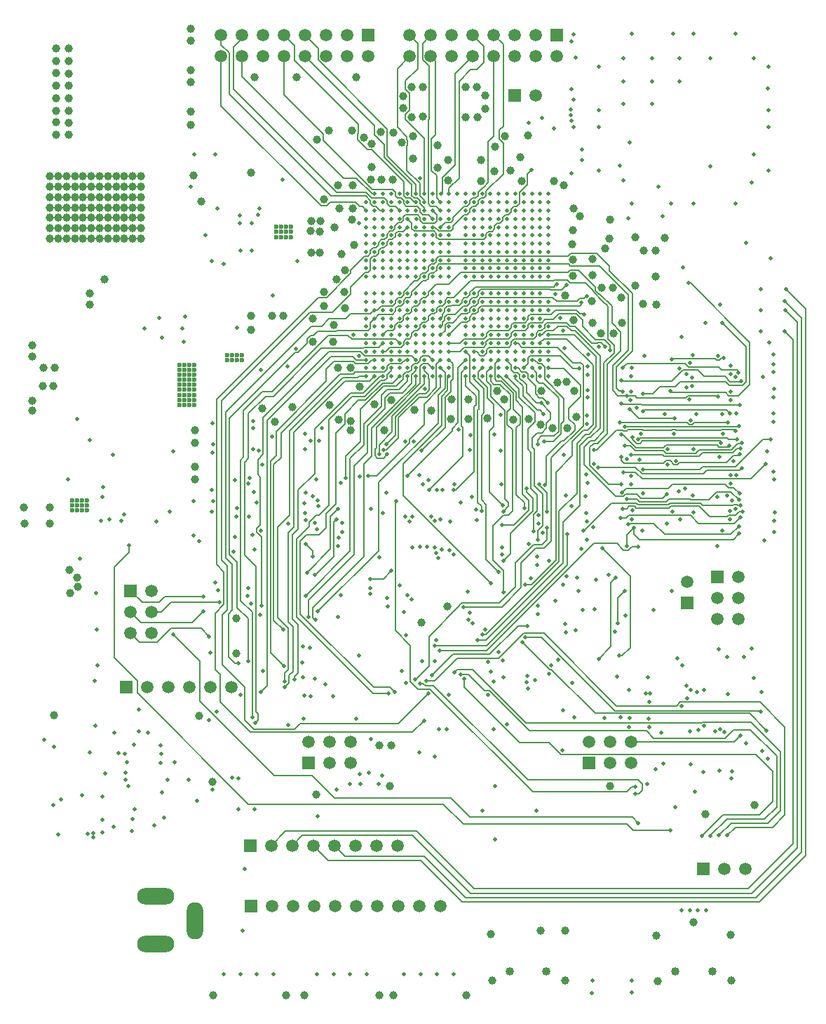
<source format=gbr>
G04 #@! TF.GenerationSoftware,KiCad,Pcbnew,5.0.0-rc2-dev-unknown-9f5316e~63~ubuntu17.10.1*
G04 #@! TF.CreationDate,2018-04-23T17:13:08+02:00*
G04 #@! TF.ProjectId,Cryptech Alpha,437279707465636820416C7068612E6B,rev?*
G04 #@! TF.SameCoordinates,Original*
G04 #@! TF.FileFunction,Copper,L3,Inr,Mixed*
G04 #@! TF.FilePolarity,Positive*
%FSLAX46Y46*%
G04 Gerber Fmt 4.6, Leading zero omitted, Abs format (unit mm)*
G04 Created by KiCad (PCBNEW 5.0.0-rc2-dev-unknown-9f5316e~63~ubuntu17.10.1) date Mon Apr 23 17:13:08 2018*
%MOMM*%
%LPD*%
G01*
G04 APERTURE LIST*
%ADD10C,1.500000*%
%ADD11R,1.500000X1.500000*%
%ADD12C,1.016000*%
%ADD13O,2.000000X4.500000*%
%ADD14O,4.500000X2.000000*%
%ADD15C,0.500000*%
%ADD16C,1.000000*%
%ADD17C,0.600000*%
%ADD18C,0.300000*%
%ADD19C,0.150000*%
%ADD20C,0.200000*%
%ADD21C,0.164000*%
G04 APERTURE END LIST*
D10*
X36580000Y-6000000D03*
X54360000Y-6000000D03*
X51820000Y-6000000D03*
X49280000Y-6000000D03*
X46740000Y-6000000D03*
X44200000Y-6000000D03*
X41660000Y-6000000D03*
X39120000Y-6000000D03*
X34040000Y-6000000D03*
D11*
X31500000Y-6000000D03*
X84160740Y30530000D03*
D10*
X84160740Y33070000D03*
D12*
X67209800Y-13884000D03*
X62800000Y-13884000D03*
X82800000Y-13884000D03*
X87209800Y-13884000D03*
D10*
X29133790Y20421600D03*
X26593790Y20421600D03*
X24053790Y20421600D03*
X21513790Y20421600D03*
X18973790Y20421600D03*
D11*
X16433790Y20421600D03*
X38506390Y11252200D03*
D10*
X38506390Y13792200D03*
X41046390Y11252200D03*
X41046390Y13792200D03*
X43586390Y11252200D03*
X43586390Y13792200D03*
X77444590Y13792200D03*
X77444590Y11252200D03*
X74904590Y13792200D03*
X74904590Y11252200D03*
X72364590Y13792200D03*
D11*
X72364590Y11252200D03*
D13*
X24800000Y-7800000D03*
D14*
X20000000Y-10600000D03*
X20000000Y-4800000D03*
D10*
X65916800Y91744800D03*
D11*
X63376800Y91744800D03*
X87847000Y33705800D03*
D10*
X90387000Y33705800D03*
X87847000Y31165800D03*
X90387000Y31165800D03*
X87847000Y28625800D03*
X90387000Y28625800D03*
X91219330Y-1500000D03*
X88679330Y-1500000D03*
D11*
X86139330Y-1500000D03*
X16980000Y32015000D03*
D10*
X19520000Y32015000D03*
X16980000Y29475000D03*
X19520000Y29475000D03*
X16980000Y26935000D03*
X19520000Y26935000D03*
X49190000Y1300000D03*
D11*
X31410000Y1300000D03*
D10*
X33950000Y1300000D03*
X36490000Y1300000D03*
X39030000Y1300000D03*
X41570000Y1300000D03*
X44110000Y1300000D03*
X46650000Y1300000D03*
X50692990Y96494600D03*
X50692990Y99034600D03*
X53232990Y96494600D03*
X53232990Y99034600D03*
X55772990Y96494600D03*
X55772990Y99034600D03*
X58312990Y96494600D03*
X58312990Y99034600D03*
X60852990Y96494600D03*
X60852990Y99034600D03*
X63392990Y96494600D03*
X63392990Y99034600D03*
X65932990Y96494600D03*
X65932990Y99034600D03*
X68472990Y96494600D03*
D11*
X68472990Y99034600D03*
X45689190Y99034600D03*
D10*
X45689190Y96494600D03*
X43149190Y99034600D03*
X43149190Y96494600D03*
X40609190Y99034600D03*
X40609190Y96494600D03*
X38069190Y99034600D03*
X38069190Y96494600D03*
X35529190Y99034600D03*
X35529190Y96494600D03*
X32989190Y99034600D03*
X32989190Y96494600D03*
X30449190Y99034600D03*
X30449190Y96494600D03*
X27909190Y99034600D03*
X27909190Y96494600D03*
D15*
X84500000Y-6500000D03*
X72725000Y-16500000D03*
X83500000Y-6500000D03*
X72750000Y-15000000D03*
X85500000Y-6500000D03*
X77496220Y-14963590D03*
X86500000Y-6500000D03*
X77496220Y-16469460D03*
X66000000Y5500000D03*
D16*
X60660000Y-14963590D03*
X80500000Y-9536420D03*
X89500000Y-15000000D03*
X89487400Y-9500000D03*
X80660000Y-15067780D03*
X69488400Y-15000000D03*
X69488400Y-9000000D03*
X60500000Y-9413610D03*
X85000000Y-8000000D03*
X66500000Y-9000000D03*
X35750000Y-16750000D03*
X57500000Y-16800000D03*
X48750000Y-16750000D03*
X47000000Y-16750000D03*
X37982000Y-16750000D03*
X27000000Y-16800000D03*
D15*
X30530800Y-9000000D03*
X30750000Y-1500000D03*
X8250000Y2654120D03*
X11772170Y2692730D03*
D16*
X43593770Y52492120D03*
D15*
X84554130Y15100740D03*
X87550000Y15025000D03*
X88679330Y15000730D03*
X89125000Y19525000D03*
X12100590Y12500610D03*
X16700000Y8425000D03*
X13550000Y4400000D03*
X11125000Y7400000D03*
X88993380Y2527420D03*
X87997700Y2527420D03*
X86998520Y2477410D03*
X86000000Y2477410D03*
X53950000Y44200000D03*
X54627670Y44227160D03*
X58700000Y41823870D03*
X58827870Y40551980D03*
X47427310Y41402020D03*
X95952200Y63352200D03*
X96152200Y68401800D03*
X95952200Y67001800D03*
X96052200Y65834400D03*
X15550000Y12450000D03*
X17425000Y13425000D03*
X16275000Y12325000D03*
X13600000Y7175000D03*
X17512500Y5687500D03*
X45500000Y-14250000D03*
X41500000Y-14250000D03*
X39500000Y-14250000D03*
X43500000Y-14250000D03*
X34250000Y-14250000D03*
X30255000Y-14250000D03*
X28250000Y-14250000D03*
X32250000Y-14250000D03*
X52000000Y-14250000D03*
X56000000Y-14250000D03*
X54000000Y-14250000D03*
X50000000Y-14250000D03*
D16*
X8000000Y88514570D03*
X9500000Y88494600D03*
X9500000Y87000000D03*
X8000000Y87019970D03*
X8000000Y91439570D03*
X9500000Y91419600D03*
X9500000Y89925000D03*
X8000000Y89944970D03*
X8000000Y94439570D03*
X9500000Y94419600D03*
X9500000Y92925000D03*
X8000000Y92944970D03*
X8000000Y95944970D03*
X9500000Y95925000D03*
X9500000Y97419600D03*
X8000000Y97439570D03*
D15*
X85575000Y15200000D03*
X86229210Y15700770D03*
X50446300Y77889100D03*
X48440000Y69888100D03*
X47449000Y69888100D03*
X46433100Y69888100D03*
X58453420Y69892820D03*
X54434100Y69888100D03*
X54434100Y67889500D03*
X54434100Y66889500D03*
X54434100Y70904100D03*
X53443500Y69888100D03*
X59453420Y67884780D03*
X53443500Y66889500D03*
X53443500Y70904100D03*
X52452900Y69888100D03*
X53443500Y71894700D03*
X53443500Y65889500D03*
X54434100Y72885300D03*
X52452900Y71894700D03*
X53443500Y72885300D03*
X52452900Y65889500D03*
X53443500Y64889500D03*
X51436900Y69888100D03*
X51436900Y67889500D03*
X51436900Y70904100D03*
X54434100Y73901300D03*
X52452900Y72885300D03*
X53443500Y63889500D03*
X51436900Y65889500D03*
X50446300Y67889500D03*
X62453420Y69892820D03*
X62453420Y67884780D03*
X52452900Y63889500D03*
X50446300Y66889500D03*
X58448700Y74891900D03*
X50446300Y70904100D03*
X54434100Y74891900D03*
X52452900Y73901300D03*
X62448700Y70904100D03*
X51436900Y64889500D03*
X50446300Y71894700D03*
X50446300Y65889500D03*
X59448700Y74891900D03*
X62448700Y71894700D03*
X62453420Y65884780D03*
X51436900Y63889500D03*
X51436900Y73901300D03*
X49455700Y67889500D03*
X50446300Y72885300D03*
X52452900Y62889500D03*
X50446300Y64889500D03*
X60448700Y74891900D03*
X63453420Y69892820D03*
X62453420Y64884770D03*
X58448700Y75882500D03*
X49455700Y70904100D03*
X58453420Y61884780D03*
X63453420Y66884780D03*
X54434100Y61889500D03*
X53443500Y61889500D03*
X63448700Y71894700D03*
X63453420Y65884780D03*
X61448700Y74891900D03*
X61453430Y62884780D03*
X62453420Y63884770D03*
X50446300Y73901300D03*
X51436900Y62889500D03*
X49455700Y72885300D03*
X49455700Y64889500D03*
X60448700Y75882500D03*
X52452900Y61889500D03*
X63448700Y72885300D03*
X64453420Y69892820D03*
X57448700Y76898500D03*
X64453420Y66884780D03*
X64448700Y70904100D03*
X48439700Y66889500D03*
X58448700Y76898500D03*
X48439700Y70904100D03*
X50446300Y62889500D03*
X62448700Y74891900D03*
X62453420Y62884780D03*
X49455700Y63889500D03*
X49455700Y73901300D03*
X51436900Y75882500D03*
X64448700Y71894700D03*
X59453420Y60884780D03*
X64453420Y65884780D03*
X63453420Y63884770D03*
X48439700Y71894700D03*
X48439700Y65889500D03*
X59448700Y76898500D03*
X52452900Y60889500D03*
X64448700Y72885300D03*
X48439700Y72885300D03*
X48439700Y64889500D03*
X49455700Y74891900D03*
X49455700Y62889500D03*
X62448700Y75882500D03*
X57448700Y77889100D03*
X65453430Y69892820D03*
X65453430Y67884780D03*
X47449100Y66889500D03*
X65453430Y66884780D03*
X65448700Y70904100D03*
X61453430Y60884780D03*
X64453420Y63884770D03*
X61448700Y76898500D03*
X64448700Y73901300D03*
X47449100Y71894700D03*
X47449100Y65889500D03*
X59448700Y77889100D03*
X59453420Y59884770D03*
X49455700Y75882500D03*
X47449100Y72885300D03*
X60448700Y77889100D03*
X65448700Y72885300D03*
X60453420Y59884770D03*
X65453430Y64884770D03*
X64448700Y74891900D03*
X62453420Y60884780D03*
X48439700Y74891900D03*
X62448700Y76898500D03*
X66453420Y67884780D03*
X46433100Y67889500D03*
X57448700Y78905100D03*
X47449100Y63889500D03*
X61448700Y77889100D03*
X47449100Y73901300D03*
X58453420Y58884780D03*
X66453420Y66884780D03*
X66448700Y70904100D03*
X65453430Y63884770D03*
X65448700Y73901300D03*
X58448700Y78905100D03*
X46433100Y70904100D03*
X66448700Y71894700D03*
X66453420Y65884780D03*
X46433100Y71894700D03*
X59448700Y78905100D03*
X48439700Y75882500D03*
X63453420Y60884780D03*
X63448700Y76898500D03*
X47449100Y74891900D03*
X66448700Y72885300D03*
X65448700Y74891900D03*
X66453420Y64884770D03*
X60448700Y78905100D03*
X67453420Y69892820D03*
X45442500Y67889500D03*
X66448700Y73901300D03*
X46433100Y63889500D03*
X61448700Y78905100D03*
X46433100Y73901300D03*
X58448700Y79895700D03*
X45442500Y70904100D03*
X67448700Y70904100D03*
X64453420Y60884780D03*
X65448700Y75882500D03*
X63448700Y77889100D03*
X45442500Y71894700D03*
X67448700Y71894700D03*
X67453420Y65884780D03*
X46433100Y74891900D03*
X50446300Y78905100D03*
X46433100Y62889500D03*
X62448700Y78905100D03*
X45442500Y72885300D03*
X60448700Y79895700D03*
X64448700Y77889100D03*
X47449100Y76898500D03*
X48439700Y77889100D03*
X45442500Y73901300D03*
X67448700Y73901300D03*
X66448700Y75882500D03*
X46433100Y75882500D03*
X63448700Y78905100D03*
X67448700Y74891900D03*
X62448700Y79895700D03*
X66448700Y76898500D03*
X46433100Y60889500D03*
X64448700Y78905100D03*
X46433100Y76898500D03*
X45442500Y75882500D03*
X67448700Y75882500D03*
X45442500Y61889500D03*
X66448700Y77889100D03*
X66453420Y59884770D03*
X64448700Y79895700D03*
X45442500Y76898500D03*
X67448700Y76898500D03*
X66448700Y78905100D03*
X45442500Y78905100D03*
X67448700Y78905100D03*
X67448700Y79895700D03*
X51475000Y76875000D03*
X52450000Y76875000D03*
X63453420Y62884780D03*
X75850000Y28075000D03*
X47025000Y36050000D03*
X37750000Y23375000D03*
X24585000Y42815000D03*
X76675000Y31975000D03*
X56100000Y44900000D03*
D16*
X52125000Y28150000D03*
D15*
X65350000Y33525000D03*
X71425000Y37075000D03*
X70500000Y91250000D03*
X92207800Y84632800D03*
X79450000Y21550000D03*
X69113400Y12736600D03*
X51436900Y77889100D03*
D16*
X46125000Y85949990D03*
X40950000Y87500000D03*
X47175000Y87350000D03*
X48700000Y87325000D03*
D15*
X55450100Y75882500D03*
X57448700Y75882500D03*
X72202200Y58097800D03*
X52550000Y56400000D03*
D16*
X55225000Y30175000D03*
D15*
X57453420Y67884780D03*
X58453420Y67884780D03*
X57448700Y70904100D03*
X58453420Y66884780D03*
X55450100Y71894700D03*
X59453420Y69892820D03*
X57453420Y65884780D03*
X58448700Y71894700D03*
X59453420Y66884780D03*
X54434100Y65889500D03*
X59448700Y70904100D03*
X52452900Y67889500D03*
X57448700Y72885300D03*
X55445380Y64884770D03*
X60453420Y69892820D03*
X59453420Y65884780D03*
X52452900Y70904100D03*
X58453420Y64884770D03*
X60453420Y66884780D03*
X59448700Y72885300D03*
X60448700Y71894700D03*
X57453420Y63884770D03*
X61453430Y67884780D03*
X55450100Y73901300D03*
X61448700Y70904100D03*
X51436900Y66889500D03*
X58448700Y73901300D03*
X60453420Y64884770D03*
X59453420Y63884770D03*
X61453430Y65884780D03*
X53443500Y73901300D03*
X59448700Y73901300D03*
X57448700Y74891900D03*
X61448700Y72885300D03*
X62453420Y66884780D03*
X60448700Y73901300D03*
X53443500Y62889500D03*
X61453430Y63884770D03*
X61448700Y73901300D03*
X49455700Y69888100D03*
X57453420Y61884780D03*
X63453420Y67884780D03*
X49455700Y66889500D03*
X63448700Y70904100D03*
X49455700Y71894700D03*
X59448700Y75882500D03*
X59453420Y61884780D03*
X50446300Y63889500D03*
X62448700Y73901300D03*
X60453420Y61884780D03*
X55450100Y76898500D03*
X48439700Y67889500D03*
X54434100Y76898500D03*
X50446300Y74891900D03*
X61448700Y75882500D03*
X61453430Y61884780D03*
X63448700Y73901300D03*
X60453420Y60884780D03*
X60448700Y76898500D03*
X55450100Y77889100D03*
X50446300Y61889500D03*
X63448700Y74891900D03*
X58448700Y77889100D03*
X65453430Y65884780D03*
X63448700Y75882500D03*
X47449100Y64889500D03*
X52452900Y59889500D03*
X64453420Y62884780D03*
X55445380Y58884780D03*
X66453420Y69892820D03*
X55450100Y78905100D03*
X49455700Y60889500D03*
X64448700Y75882500D03*
X48439700Y61889500D03*
X62448700Y77889100D03*
X46433100Y72885300D03*
X45442500Y69888100D03*
X57448700Y79895700D03*
X64448700Y76898500D03*
X48439700Y76898500D03*
X47449100Y75882500D03*
X63453420Y59884770D03*
X59453420Y57884780D03*
X59448700Y79895700D03*
X67448700Y72885300D03*
X48439700Y59889500D03*
X65448700Y76898500D03*
X61448700Y79895700D03*
X49455700Y58889500D03*
X46433100Y61889500D03*
X65448700Y77889100D03*
X48439700Y78905100D03*
X67453420Y61884780D03*
X63448700Y79895700D03*
X65448700Y78905100D03*
X66453420Y58884780D03*
X65448700Y79895700D03*
X45442500Y58889500D03*
X66448700Y79895700D03*
X46431200Y78909800D03*
X56413400Y79959200D03*
D16*
X7250000Y82000000D03*
X8250000Y82000000D03*
X9250000Y82000000D03*
X10250000Y82000000D03*
X11250000Y82000000D03*
X12250000Y82000000D03*
X13250000Y82000000D03*
X14250000Y82000000D03*
X15250000Y82000000D03*
X16250000Y82000000D03*
X17250000Y82000000D03*
X18250000Y82000000D03*
X18250000Y80750000D03*
X17250000Y80750000D03*
X16250000Y80750000D03*
X15250000Y80750000D03*
X14250000Y80750000D03*
X13250000Y80750000D03*
X12250000Y80750000D03*
X11250000Y80750000D03*
X10250000Y80750000D03*
X9250000Y80750000D03*
X8250000Y80750000D03*
X7250000Y80750000D03*
X18250000Y79500000D03*
X17250000Y79500000D03*
X16250000Y79500000D03*
X15250000Y79500000D03*
X14250000Y79500000D03*
X13250000Y79500000D03*
X12250000Y79500000D03*
X11250000Y79500000D03*
X10250000Y79500000D03*
X9250000Y79500000D03*
X8250000Y79500000D03*
X7250000Y79500000D03*
X18250000Y78250000D03*
X17250000Y78250000D03*
X16250000Y78250000D03*
X15250000Y78250000D03*
X14250000Y78250000D03*
X13250000Y78250000D03*
X12250000Y78250000D03*
X11250000Y78250000D03*
X10250000Y78250000D03*
X9250000Y78250000D03*
X8250000Y78250000D03*
X7250000Y78250000D03*
X18250000Y77000000D03*
X17250000Y77000000D03*
X16250000Y77000000D03*
X15250000Y77000000D03*
X14250000Y77000000D03*
X13250000Y77000000D03*
X12250000Y77000000D03*
X11250000Y77000000D03*
X10250000Y77000000D03*
X9250000Y77000000D03*
X8250000Y77000000D03*
X7250000Y77000000D03*
X18250000Y75750000D03*
X17250000Y75750000D03*
X16250000Y75750000D03*
X15250000Y75750000D03*
X14250000Y75750000D03*
X13250000Y75750000D03*
X12250000Y75750000D03*
X11250000Y75750000D03*
X10250000Y75750000D03*
X9250000Y75750000D03*
X8250000Y75750000D03*
X7250000Y75750000D03*
X18250000Y74500000D03*
X17250000Y74500000D03*
X16250000Y74500000D03*
X15250000Y74500000D03*
X14250000Y74500000D03*
X13250000Y74500000D03*
X12250000Y74500000D03*
X11250000Y74500000D03*
X10250000Y74500000D03*
X9250000Y74500000D03*
X8250000Y74500000D03*
X7250000Y74500000D03*
X39025000Y62075000D03*
X41475000Y62025000D03*
X41050000Y54450000D03*
X51300000Y53800000D03*
X55700000Y52700000D03*
X55775000Y55075000D03*
X67950000Y51650000D03*
X69750040Y51650000D03*
X70500000Y64675000D03*
X72750000Y64300000D03*
X76325000Y64300000D03*
X73825000Y63050000D03*
X75325000Y63050000D03*
X70375000Y71950000D03*
X72750000Y72025000D03*
X80400000Y73050000D03*
X78975000Y73025000D03*
X77925000Y74700000D03*
X81450000Y74625000D03*
X70350000Y73825000D03*
X74825000Y74525000D03*
X69275000Y80925000D03*
X68125000Y81450000D03*
X62875000Y82675000D03*
X55350000Y81525000D03*
X55325000Y84000000D03*
X62200000Y86850000D03*
X61000000Y85575000D03*
X54025000Y85750000D03*
X54025000Y83050000D03*
X49725000Y86075000D03*
X52300000Y89200000D03*
X50925000Y89175000D03*
X50925000Y92800000D03*
X52300000Y92775000D03*
X49925000Y91725000D03*
X49950000Y90275000D03*
X39525000Y86450000D03*
X42075010Y80975000D03*
X42200000Y78175000D03*
X42450000Y72675000D03*
X42875000Y66100000D03*
X40350000Y66375000D03*
X38775000Y76600000D03*
X39900000Y76600000D03*
X40375000Y79200000D03*
X38775000Y72825000D03*
X39825000Y72800000D03*
X38750000Y75425000D03*
X39875000Y75375000D03*
X24275000Y99850000D03*
X24275000Y98350000D03*
X24275000Y94850000D03*
X24275000Y93350000D03*
X24275000Y89850000D03*
X24275000Y88250000D03*
X5150000Y53724980D03*
X5100000Y54900000D03*
X6400000Y56700000D03*
X7700000Y56700000D03*
X7800000Y58900000D03*
X6500000Y58900000D03*
X5100000Y61600000D03*
X5100000Y60300000D03*
X12100000Y67900000D03*
X12100000Y66500000D03*
X13800000Y69600000D03*
X32900000Y54000000D03*
X36500000Y54200000D03*
X24800000Y51400000D03*
X24800000Y49900000D03*
X24800000Y47000000D03*
X24800000Y45500000D03*
X7200000Y40150000D03*
X7200000Y42100000D03*
X4150000Y40150000D03*
X4100000Y42100000D03*
X29750000Y24450000D03*
X92300000Y6200000D03*
X86425000Y5075000D03*
X74850000Y8475000D03*
X48275000Y8500000D03*
X26850000Y8975000D03*
X7750000Y17050000D03*
X25275000Y16900000D03*
X43549990Y51350000D03*
X74300000Y73300000D03*
D15*
X94100000Y62000000D03*
X93300000Y57800000D03*
X94600000Y58400000D03*
X94600000Y55400000D03*
X94600000Y52400000D03*
X94676800Y45423200D03*
X94795600Y41495600D03*
X93500000Y38100000D03*
X79000000Y60400000D03*
X77505400Y58894600D03*
X77424400Y56024400D03*
X73556800Y61456800D03*
X72128800Y52128800D03*
X60934600Y50865400D03*
X56588800Y51511200D03*
X50147600Y50052400D03*
X39717600Y50082400D03*
X31235800Y44935800D03*
X29821800Y41978200D03*
X29550000Y38550000D03*
X29417600Y36717600D03*
X27207800Y33007800D03*
X27550000Y32050000D03*
X31123000Y31377000D03*
X32700000Y39300000D03*
X39200000Y21400000D03*
X37800000Y21600000D03*
X40470200Y20729800D03*
D16*
X48450000Y13350000D03*
D15*
X55186200Y15313800D03*
X62400000Y15951200D03*
X67529000Y21971000D03*
X68584000Y23684000D03*
X67792600Y23007400D03*
X66156600Y30243400D03*
X66038400Y35161600D03*
X66285400Y41114600D03*
X65042800Y88442800D03*
X87923600Y60326400D03*
X89416000Y59166000D03*
X89454200Y56045800D03*
X88423600Y53326400D03*
X89487400Y45987400D03*
X89398000Y40648000D03*
X88439200Y39310800D03*
X48439700Y57889500D03*
D16*
X63200000Y52650000D03*
X60100000Y52800000D03*
D15*
X72150000Y55375000D03*
X58000000Y50825000D03*
X81450000Y53375000D03*
X72007600Y41392400D03*
X87800000Y43324000D03*
X43900000Y62875000D03*
X77453780Y45852240D03*
D16*
X66478240Y52027540D03*
X65053170Y52702570D03*
D15*
X72157800Y45042200D03*
X72117400Y38182600D03*
X78810800Y39310800D03*
X84599400Y11125600D03*
X81300000Y11150000D03*
X86131400Y10168600D03*
X89525000Y9425000D03*
X88100000Y10300000D03*
X89600000Y10275000D03*
X93163400Y19813400D03*
X88032000Y24968000D03*
X89032000Y24032000D03*
X83635400Y23039600D03*
X79655400Y18619600D03*
X83546400Y18103600D03*
X79600000Y15597000D03*
X81050000Y14900000D03*
X74225000Y16700000D03*
X12875000Y27375000D03*
X13000000Y23050000D03*
X12625000Y21175000D03*
X26600000Y24550000D03*
X51816000Y12559000D03*
X36000000Y15825000D03*
X19889200Y3689200D03*
X20750000Y7697600D03*
X21500000Y9225000D03*
X20625000Y11228200D03*
X22325000Y11375000D03*
X20686390Y12336400D03*
X8564000Y6886000D03*
X13575000Y2850000D03*
X53725000Y11975000D03*
X17225000Y4500000D03*
X17170000Y3000000D03*
X12717200Y15782800D03*
X73500000Y95250000D03*
X73500000Y90000000D03*
X73500000Y88000000D03*
X73500000Y82750000D03*
X77500000Y78750000D03*
X82250000Y78750000D03*
X85000000Y78750000D03*
X90000000Y78750000D03*
X94000000Y82750000D03*
X93954600Y92647600D03*
X90000000Y99250000D03*
X85000000Y99250000D03*
X82500000Y99250000D03*
X77500000Y99250000D03*
X76500000Y96250000D03*
X80000000Y96250000D03*
X83250000Y96250000D03*
X76500000Y93500000D03*
X80000000Y93500000D03*
X83250000Y93500000D03*
X76500000Y90750000D03*
X80000000Y90750000D03*
X76500000Y81500000D03*
X87000000Y83250000D03*
X92000000Y81250000D03*
X92250000Y96250000D03*
X94000000Y95250000D03*
X94000000Y90000000D03*
X94000000Y88000000D03*
X87000000Y96250000D03*
X70250000Y92500000D03*
X70250000Y98250000D03*
X70750000Y96338800D03*
X71500000Y85250000D03*
X71500000Y84000000D03*
X27200000Y84700000D03*
X27500000Y78100000D03*
X26831200Y71831200D03*
X28194000Y71431000D03*
X26050000Y74900000D03*
D16*
X25525000Y79000000D03*
X31525000Y82500000D03*
X32000000Y94000000D03*
X37000000Y94000000D03*
X44250000Y94000000D03*
D15*
X35375000Y81625000D03*
X30169400Y76344400D03*
X31580600Y76344400D03*
X30200000Y77300000D03*
X23225000Y63625000D03*
X23617800Y65082200D03*
X14833600Y48408600D03*
X14475000Y40625000D03*
X16217800Y41232200D03*
X32350000Y77375000D03*
X51970900Y81785740D03*
X53467000Y79925800D03*
X52451000Y74887200D03*
X51460400Y71890000D03*
X45448600Y66878200D03*
X68875000Y64900000D03*
X22150000Y48850000D03*
X21680000Y41545000D03*
X20125000Y40400000D03*
X40125000Y51675000D03*
X31823000Y49123000D03*
X50000000Y29475000D03*
X53275000Y40975000D03*
X76725000Y29075000D03*
X94239400Y72110600D03*
X91325000Y74000000D03*
D16*
X48450000Y55000000D03*
D15*
X44602400Y76352400D03*
D16*
X42875000Y70675000D03*
D15*
X68300000Y67775000D03*
D16*
X35400000Y65200000D03*
X31500000Y65200000D03*
X34100000Y65200000D03*
X31550000Y63475000D03*
X70800000Y53025000D03*
D15*
X35925000Y59100000D03*
D16*
X34425000Y52400000D03*
X42100000Y52675000D03*
D15*
X32600000Y29100000D03*
X44550000Y24225000D03*
X80125000Y29750000D03*
X82346800Y32003200D03*
X68264800Y30810200D03*
X71100000Y31975000D03*
X71625000Y29750000D03*
X73050000Y29800000D03*
D16*
X43725000Y76800000D03*
D15*
X70225000Y88750000D03*
X70144800Y89419800D03*
X70125000Y90075000D03*
X70225000Y82350000D03*
X15900780Y40426970D03*
D16*
X24617800Y82092800D03*
D15*
X67550000Y35675000D03*
X77503780Y40626980D03*
X78850000Y43750000D03*
X37875000Y16575000D03*
X42375000Y45025000D03*
X10850000Y35875000D03*
X16579200Y11375000D03*
X80350000Y10525000D03*
X85104150Y7750380D03*
X21076030Y4675230D03*
X25051220Y6675330D03*
X88135400Y15286200D03*
X84135120Y20567680D03*
D17*
X11745800Y41747200D03*
X11745800Y42347200D03*
X11745800Y42947200D03*
X11145800Y42947200D03*
X11145800Y42347200D03*
X11145800Y41747200D03*
X9945800Y41747200D03*
X9945800Y42347200D03*
X9945800Y42947200D03*
X10545800Y42947190D03*
X10545800Y42347190D03*
X10545800Y41747200D03*
X35758400Y75905600D03*
X35758400Y75305610D03*
X35758400Y74705610D03*
X36358400Y74705600D03*
X36358400Y75305600D03*
X36358400Y75905600D03*
X35158400Y75905600D03*
X35158400Y75305600D03*
X35158400Y74705600D03*
X34558400Y74705600D03*
X34558400Y75305600D03*
X34558400Y75905600D03*
X23509200Y54455200D03*
X23509200Y55055200D03*
X23509200Y55655200D03*
X22909200Y55655200D03*
X22909200Y55055200D03*
X22909200Y54455200D03*
X24109200Y54455210D03*
X24109200Y55055200D03*
X24109200Y55655200D03*
X24709200Y55655200D03*
X24709200Y55055200D03*
X24709200Y54455200D03*
X23509200Y56255200D03*
X23509200Y56855200D03*
X23509200Y57455200D03*
X22909200Y57455200D03*
X22909200Y56855200D03*
X22909200Y56255200D03*
X24109200Y56255210D03*
X24109200Y56855200D03*
X24109200Y57455200D03*
X24709200Y57455200D03*
X24709200Y56855200D03*
X24709200Y56255200D03*
X29234200Y59830200D03*
X29234200Y60430200D03*
X28634200Y60430200D03*
X28634200Y59830200D03*
X29834200Y59830200D03*
X29834200Y60430200D03*
X30434200Y60430200D03*
X30434200Y59830200D03*
X24709200Y58055210D03*
X24709200Y58655200D03*
X24709200Y59255200D03*
X24109200Y59255200D03*
X24109200Y58655200D03*
X24109200Y58055210D03*
X22909200Y58055210D03*
X22909200Y58655200D03*
X22909200Y59255200D03*
X23509200Y59255200D03*
X23509200Y58655200D03*
X23509200Y58055200D03*
D15*
X61000000Y8475000D03*
X61000000Y2000000D03*
X59500000Y5500000D03*
X48500000Y34425000D03*
X55550000Y40375000D03*
X45925000Y33475000D03*
X37982000Y42621260D03*
X66313640Y44843000D03*
X46000000Y41875000D03*
X67250000Y41600000D03*
X48002340Y31126520D03*
X64800000Y44350000D03*
X61975000Y35600000D03*
X61725000Y44875000D03*
X42025000Y37425000D03*
X61850000Y37250000D03*
X45975000Y14125000D03*
X41900000Y8075000D03*
X47352310Y9725470D03*
X46925000Y8700000D03*
X45800000Y10100000D03*
X44727180Y8725430D03*
X43450000Y8750000D03*
X44625000Y9925000D03*
X53925000Y36600000D03*
X54125000Y35950000D03*
X50427460Y31451530D03*
X50925000Y31000000D03*
X52675000Y21200000D03*
X56050000Y22150000D03*
X56825000Y21925000D03*
X57300000Y21400000D03*
X58175000Y43325000D03*
X56875000Y42700000D03*
X54402650Y40626980D03*
X53752660Y40497330D03*
X47449100Y78905100D03*
X50975000Y41000000D03*
X39025000Y43400000D03*
X47449100Y79895700D03*
X38126860Y43852140D03*
X47902340Y43877140D03*
X49455700Y79895700D03*
X39575000Y42900000D03*
X50152450Y41002000D03*
X48439700Y79895700D03*
X50650000Y40400000D03*
X39650000Y42225000D03*
X24000000Y9200000D03*
X30276480Y19475950D03*
X38650000Y25150000D03*
X45925000Y31650000D03*
X30026470Y9425460D03*
X56000000Y36425000D03*
X37800000Y25325000D03*
X45900000Y32375000D03*
X29238280Y9450000D03*
X55500000Y36950000D03*
X55452710Y19425950D03*
X44250000Y16550000D03*
X57975000Y29350000D03*
X26876310Y8025390D03*
X69175000Y32800000D03*
X57777820Y28551390D03*
X76125000Y16750000D03*
X51925000Y37300000D03*
X41400000Y19300000D03*
X48439700Y60889500D03*
X76050000Y83275000D03*
X56450000Y66925000D03*
X50446300Y59889500D03*
X90000000Y51300000D03*
X35400000Y27300000D03*
X72900000Y49000000D03*
X51436900Y57889500D03*
X90500000Y51900000D03*
X76700000Y51800000D03*
X39300000Y28500000D03*
X51436900Y58889500D03*
X76100000Y52300000D03*
X38500000Y28900000D03*
X89150000Y52350000D03*
X84625000Y52575000D03*
X51436900Y59889500D03*
X78103810Y54077640D03*
X32800000Y30200000D03*
X50446300Y57889500D03*
X38100000Y31400000D03*
X82654030Y52852580D03*
X77228770Y53902630D03*
X54434100Y58889500D03*
X39600000Y29500000D03*
X88504320Y50952490D03*
X78603840Y50952490D03*
X78290380Y50290380D03*
X90200000Y50300000D03*
X54434100Y57889500D03*
X45700000Y45900000D03*
X47900000Y49700000D03*
X52452900Y58889500D03*
X77600000Y50500000D03*
X88225000Y49875000D03*
X47000000Y48500000D03*
X52452900Y57889500D03*
X89300000Y49500000D03*
X76253790Y50864570D03*
X47499900Y48999900D03*
X54434100Y59889500D03*
X84925000Y49125000D03*
X81825000Y49075000D03*
X48000000Y48500000D03*
X53443500Y58889500D03*
X82554030Y50952490D03*
X69275000Y48425000D03*
X90600000Y49200000D03*
X53443500Y59889500D03*
X42925000Y45600000D03*
X77425000Y48400000D03*
X58453420Y57884780D03*
X89800000Y47700000D03*
X81850000Y47225000D03*
X61450000Y34300000D03*
X66453420Y61884780D03*
X64625000Y32800000D03*
X76700000Y49500000D03*
X55445380Y57884780D03*
X90799820Y49899900D03*
X60450000Y32950000D03*
X60453420Y57884780D03*
X94300000Y50300000D03*
X78903850Y46677280D03*
X61975000Y31828260D03*
X59453420Y58884780D03*
X61900000Y42300000D03*
X60453420Y58884780D03*
X62000000Y41600000D03*
X61453430Y59884770D03*
X64553150Y42025000D03*
X46433100Y57889500D03*
X35600000Y20400000D03*
X45442500Y57889500D03*
X35600000Y21100000D03*
X36800000Y21300000D03*
X47449100Y57889500D03*
X46433100Y59889500D03*
X35500000Y22900000D03*
X45442500Y59889500D03*
X32700000Y19800000D03*
X48900000Y19800000D03*
X49455700Y57889500D03*
X48439700Y58889500D03*
X48100000Y19650000D03*
X57453420Y60884780D03*
X59350000Y41625000D03*
X61453430Y57884780D03*
X61825000Y39975000D03*
X90425000Y39775000D03*
X77100000Y40075000D03*
X62375000Y57875000D03*
X76150000Y40800000D03*
X65675000Y39200000D03*
X90625000Y40875000D03*
X90879430Y41527030D03*
X67453420Y62884780D03*
X76400000Y41900000D03*
X59475000Y26725000D03*
X66453420Y62884780D03*
X90675000Y42300000D03*
X71675000Y39275000D03*
X58900000Y26050000D03*
X57453420Y57884780D03*
X90425000Y43000000D03*
X76953760Y43102100D03*
X55975000Y44200000D03*
X57440220Y58884780D03*
X53025000Y44200000D03*
X90525000Y43725000D03*
X76325000Y43875000D03*
X57453420Y59884770D03*
X50377460Y45877240D03*
X83175000Y44050000D03*
X55445380Y59884770D03*
X52150000Y48900000D03*
X83950000Y44325000D03*
X49455700Y59889500D03*
X51875000Y45950000D03*
X84850000Y43475000D03*
X46433100Y58889500D03*
X52300000Y44900000D03*
X89054350Y43475000D03*
X69525000Y43475000D03*
X47449100Y60889500D03*
X52975000Y45400000D03*
X81711360Y43656990D03*
X89600000Y42900000D03*
X52452900Y66889500D03*
X90025000Y41925000D03*
X82400000Y41600000D03*
X47449100Y62889500D03*
X76250000Y44850000D03*
X83375000Y40650000D03*
X67453420Y58884780D03*
X85000000Y41450000D03*
X67025000Y44750000D03*
X67453420Y57884780D03*
X81750000Y40100000D03*
X66453420Y57884780D03*
X90500000Y38900000D03*
X77725000Y39625000D03*
X76900000Y37425000D03*
X65453430Y57884780D03*
X90575000Y54450000D03*
X76200000Y54575000D03*
X65453430Y59884770D03*
X84475000Y55075000D03*
X66900000Y50025000D03*
X65453430Y58884780D03*
X84075000Y56550000D03*
X66128230Y49652420D03*
X63453420Y58884780D03*
X84754140Y56752770D03*
X67353290Y54652670D03*
X90725000Y57325000D03*
X63449880Y57874880D03*
X76250000Y57425000D03*
X66875000Y53375000D03*
X76400000Y58925000D03*
X64900000Y21769670D03*
X90404410Y58327850D03*
X64453420Y59884770D03*
X69375000Y61325000D03*
X64775000Y20975000D03*
X84575000Y59500000D03*
X71175000Y58850000D03*
X64453420Y58884780D03*
X84879140Y60477950D03*
X64453420Y61884780D03*
X62003030Y21576050D03*
X82375000Y59900000D03*
X88600000Y60075000D03*
X74300000Y61425000D03*
X58453420Y60884780D03*
X61925000Y23600000D03*
X83225000Y58875000D03*
X60825000Y21075000D03*
X64453420Y64884770D03*
X83525000Y62675000D03*
X60500000Y22300000D03*
X84100000Y58200000D03*
X74875000Y61050000D03*
X55445380Y60884780D03*
X90000000Y57807000D03*
X60125000Y23425000D03*
X53443500Y60889500D03*
X84750000Y57725010D03*
X86400000Y64325000D03*
X47449100Y61889500D03*
X82175000Y56100000D03*
X84350000Y69125000D03*
X32068820Y16075000D03*
X49455700Y61889500D03*
X78900000Y55800000D03*
X88450000Y64375000D03*
X31728800Y16775000D03*
X31175000Y23525000D03*
X46433100Y64889500D03*
X76875000Y55525000D03*
X87900000Y55425000D03*
X76428730Y56027730D03*
X30050000Y23275000D03*
X46433100Y65889500D03*
X90100000Y53450000D03*
X93675000Y47300000D03*
X76471760Y46265120D03*
X52200000Y23550000D03*
X90137400Y45987410D03*
X78450000Y47850000D03*
X53725000Y23550000D03*
X85279160Y53302600D03*
X69700000Y38825000D03*
X53700000Y25400000D03*
X78875000Y53650000D03*
X89325000Y53450000D03*
X53900000Y26100000D03*
X63453420Y61884780D03*
X57200000Y30075000D03*
X50446300Y60889500D03*
X51436900Y60889500D03*
X62453420Y59884770D03*
X66575000Y54675000D03*
X57700000Y31950000D03*
X66175000Y38200000D03*
X62453420Y58884780D03*
X61653010Y53252600D03*
X64950000Y20225000D03*
X66725000Y39050000D03*
X72950000Y47350000D03*
X42150000Y38425000D03*
X64875000Y27800000D03*
X53350000Y21800000D03*
X88054300Y48177350D03*
X76900000Y47950000D03*
X71950000Y43425000D03*
X82825000Y47700000D03*
X67225000Y39650000D03*
X51377510Y21301040D03*
X93885400Y48810400D03*
X78300000Y37325000D03*
X54350000Y24800000D03*
X38975000Y36175000D03*
X38125000Y37650000D03*
X49750000Y22375000D03*
X70228430Y42252060D03*
X76228260Y48175000D03*
X90575000Y48525000D03*
X44625000Y45775000D03*
X73450000Y46875000D03*
X90775000Y46775000D03*
X48439700Y63889500D03*
X25800000Y31300000D03*
X25775000Y29575000D03*
X45442500Y64889500D03*
X45442500Y65889500D03*
X55441360Y69896840D03*
X57448700Y73901300D03*
X22100000Y26750000D03*
X78275000Y4000000D03*
X50250000Y20900000D03*
X26900000Y48675000D03*
X39400000Y45425000D03*
X49455700Y78905100D03*
X70450000Y99125000D03*
X50446300Y76898500D03*
X65400000Y82800000D03*
X53443500Y75882500D03*
X54434100Y75882500D03*
X55448200Y79959200D03*
X54457600Y79959200D03*
X54434100Y77889100D03*
X54434100Y78905100D03*
X52452900Y79895700D03*
X52452900Y78905100D03*
X51436900Y79895700D03*
X52452900Y77889100D03*
X51436900Y78905100D03*
X53443500Y76898500D03*
X49455700Y77889100D03*
X46433100Y79895700D03*
X47449100Y77889100D03*
X45442500Y77889100D03*
X65453430Y62884780D03*
X69225000Y63425000D03*
X67453420Y63884770D03*
X45442500Y60889500D03*
X49075000Y42875000D03*
X77950000Y8400000D03*
X47449100Y58889500D03*
X51900000Y20850000D03*
X77975000Y7550000D03*
X55445380Y62884780D03*
X71409770Y66809780D03*
X88175000Y66575000D03*
X53443500Y74891900D03*
X65024990Y37656640D03*
X51436900Y74891900D03*
X61850000Y36375000D03*
X50446300Y75882500D03*
X52950000Y19675000D03*
X53443500Y77889100D03*
X52450000Y16375000D03*
X55445380Y61884780D03*
X71775000Y65350000D03*
X54434100Y64889500D03*
X68475000Y68975000D03*
X54434100Y62889500D03*
X72050000Y67575000D03*
X54434100Y63889500D03*
X69675000Y68889000D03*
X57453420Y62884780D03*
X58453420Y62884780D03*
X59453420Y62884780D03*
X55445380Y66884780D03*
X32900000Y47275000D03*
X42025000Y41900000D03*
X38275000Y34225000D03*
X41850000Y40650000D03*
X39275000Y33925000D03*
X42500000Y39150000D03*
X36000000Y40100000D03*
X39525000Y39475000D03*
X42575000Y40175000D03*
X49475000Y32650000D03*
X26475000Y26525000D03*
X55450100Y70904100D03*
X58448700Y70904100D03*
X55445380Y65884780D03*
X55450100Y72885300D03*
X57453420Y64884770D03*
X55424700Y67889500D03*
D16*
X47250000Y81625000D03*
X48650000Y81625000D03*
X46075000Y83150000D03*
X44000000Y73725000D03*
X51100000Y84125000D03*
X51100000Y86825000D03*
X46025000Y81650000D03*
X57802820Y55102690D03*
D15*
X57453420Y69892820D03*
X57453420Y66884780D03*
X57448700Y71894700D03*
X58453420Y65884780D03*
X60453420Y67884780D03*
X59448700Y71894700D03*
X58448700Y72885300D03*
X60448700Y70904100D03*
X59453420Y64884770D03*
X60453420Y65884780D03*
X61453430Y69892820D03*
X58453420Y63884770D03*
X61453430Y66884780D03*
X60448700Y72885300D03*
X61448700Y71894700D03*
X60453420Y63884770D03*
X61453430Y64884770D03*
D16*
X41825000Y69600000D03*
X40350000Y68100000D03*
X42800000Y68100000D03*
X43600000Y58924980D03*
X44675000Y56600000D03*
X57750000Y52725000D03*
X61225000Y56125000D03*
X75250000Y68550000D03*
X73875000Y68550000D03*
X76275000Y67375000D03*
X69425000Y67675000D03*
X77900000Y68825000D03*
X78900000Y66600000D03*
X80500000Y66575000D03*
X80350000Y69900000D03*
X70375000Y69975000D03*
X60900000Y82650000D03*
X59300000Y81450000D03*
X59275000Y84025000D03*
X57475000Y92825000D03*
X58800000Y92825000D03*
X59825000Y91775000D03*
X59850000Y90200000D03*
X57425000Y89175000D03*
X58850000Y89150000D03*
X72725000Y66950000D03*
X42050000Y58924980D03*
X72753550Y70078420D03*
D15*
X15050000Y14900000D03*
X38050000Y41400000D03*
X24575000Y38700000D03*
X32476580Y48952390D03*
X85400000Y19775000D03*
X86225000Y20075000D03*
X84600000Y20050000D03*
X93108400Y17433400D03*
X64653150Y26376290D03*
X90600000Y14525000D03*
X93800000Y15125000D03*
X64279110Y25785200D03*
X92250000Y21500000D03*
X93218000Y12718000D03*
X93968000Y11782000D03*
X91968000Y25032000D03*
X91032000Y24032000D03*
X83006000Y23844000D03*
X79725000Y19619600D03*
X79578000Y16597000D03*
X30000000Y5675000D03*
X32000000Y5625000D03*
X79171560Y19622870D03*
X84229700Y19084940D03*
X77173070Y15605840D03*
X38100000Y40550000D03*
X25275000Y37975000D03*
X39225000Y40200000D03*
X18025000Y17650000D03*
X6571600Y14071600D03*
X7773400Y13176600D03*
X7621000Y6204000D03*
X12500000Y2800000D03*
X19069200Y14919200D03*
X27351200Y17426200D03*
X14940800Y3590800D03*
X26450000Y16400000D03*
X20638600Y13336400D03*
X39550000Y4800000D03*
X12516240Y2253300D03*
D16*
X39425000Y7402400D03*
D15*
X31825000Y52450000D03*
X31750000Y51625000D03*
X38050000Y49123000D03*
X34075000Y50600000D03*
X69575000Y27000000D03*
X58275000Y28129350D03*
X70525000Y16775000D03*
X87847000Y37378000D03*
X52775000Y37300000D03*
X53700000Y37275000D03*
X69175000Y17575000D03*
X75750000Y21675000D03*
X77200000Y20100000D03*
X77250000Y16700000D03*
X51050000Y37275000D03*
X69425000Y28025000D03*
X59825000Y27350000D03*
X70300000Y20875000D03*
X54527660Y36951800D03*
X69675000Y33775000D03*
X70925000Y33625000D03*
X66453420Y60884780D03*
X67453420Y59884770D03*
X70775000Y27225000D03*
X67453420Y60884780D03*
X74725000Y33925000D03*
X65453430Y61884780D03*
X73225000Y33325000D03*
X75475000Y27050000D03*
X73538600Y23825000D03*
X75600000Y33625000D03*
X73950000Y37175000D03*
X75996800Y24175000D03*
X29802200Y63725000D03*
X32750000Y58650000D03*
X16825000Y37525000D03*
X82200000Y3150000D03*
X24250000Y80750000D03*
X32975000Y22325000D03*
X45442500Y62889500D03*
X32000000Y37000000D03*
X30300000Y73075000D03*
X10498200Y52700000D03*
X23436600Y62069330D03*
X13610600Y43360600D03*
X70500000Y88000000D03*
X24700000Y84700000D03*
X31600000Y73100000D03*
X20750000Y62575000D03*
X13698400Y44551600D03*
X26825000Y44225000D03*
X26950000Y42800000D03*
X26801310Y41552030D03*
X42400000Y31500000D03*
X27700000Y30675000D03*
X60125000Y19500000D03*
X61450000Y24600000D03*
X16375000Y9250000D03*
X16375000Y10050000D03*
X82797720Y5925000D03*
X13950000Y9950000D03*
X37125000Y71750000D03*
X18675000Y63625000D03*
X20450000Y64900000D03*
X12090000Y50165000D03*
X13425000Y40450000D03*
X9425000Y45425000D03*
X32575000Y78100000D03*
D16*
X43750000Y87525000D03*
X45125000Y86700080D03*
D15*
X50446300Y79895700D03*
D16*
X62075000Y55075000D03*
D15*
X53443500Y67889500D03*
X54434100Y71894700D03*
X55445380Y63884770D03*
X52452900Y64889500D03*
X50446300Y69888100D03*
X55450100Y74891900D03*
X51436900Y72885300D03*
X62448700Y72885300D03*
X60453420Y62884780D03*
X49455700Y65889500D03*
X52452900Y75882500D03*
X63453420Y64884770D03*
X64453420Y67884780D03*
X51436900Y61889500D03*
X62453420Y61884780D03*
X47449100Y70904100D03*
X58453420Y59884770D03*
X48439700Y73901300D03*
X65448700Y71894700D03*
X48439700Y62889500D03*
X46433100Y66889500D03*
X53443500Y78905100D03*
X49455700Y76898500D03*
X61453430Y58884780D03*
X66453420Y63884770D03*
X67453420Y66884780D03*
X53443500Y57889500D03*
X50446300Y58889500D03*
X66448700Y74891900D03*
X65453430Y60884780D03*
X45442500Y63889500D03*
X45442500Y74891900D03*
X47449100Y59889500D03*
X46433100Y77889100D03*
X64453420Y57884780D03*
X67448700Y77889100D03*
D16*
X41500000Y64075000D03*
X53300000Y53725000D03*
X68550000Y57175000D03*
X66600000Y56100000D03*
X71275000Y77225000D03*
X74875000Y76800000D03*
X64175000Y81475000D03*
X64950000Y86925000D03*
X64025000Y84325000D03*
X43800000Y80975000D03*
X43825000Y78175000D03*
X41600000Y75825000D03*
X9625000Y34575000D03*
X10575000Y33600000D03*
X10625000Y32525000D03*
X9650000Y31725000D03*
X29725000Y28700000D03*
X47650000Y51350000D03*
X70400000Y75500000D03*
D15*
X94600000Y60500000D03*
X94600000Y59377200D03*
X94700000Y56400000D03*
X94600000Y53400000D03*
X94600000Y46400000D03*
X94695600Y40495600D03*
X94692000Y39108000D03*
X77405400Y57894600D03*
X77375600Y55024400D03*
X72202200Y59097800D03*
X72300000Y60500000D03*
X72200000Y56200000D03*
X72128800Y53128800D03*
X51147600Y50052400D03*
X31335800Y45635800D03*
X31321800Y40978200D03*
X29721800Y40978200D03*
X31223000Y32377000D03*
X38000000Y19400000D03*
X38700000Y19300000D03*
D16*
X47050000Y13350000D03*
D15*
X54186200Y15286200D03*
X60841000Y15341000D03*
X66156600Y29243400D03*
X66061600Y36161600D03*
X66285400Y40114600D03*
X68080000Y87820000D03*
X66700400Y89099600D03*
X89416000Y58166000D03*
X89454200Y55045800D03*
X89487400Y44987400D03*
D16*
X70600000Y56124990D03*
X69625000Y57250000D03*
X46425000Y54550000D03*
D15*
X54434100Y60889500D03*
X57975000Y49025000D03*
X61675000Y48950000D03*
X38717600Y50082400D03*
X72107600Y40392400D03*
X72825000Y39700000D03*
X77453780Y44852190D03*
X89379360Y41627030D03*
X72042200Y46042200D03*
X91291800Y13633200D03*
X12850000Y31750000D03*
X18009600Y15059600D03*
X80695800Y80725000D03*
X47455200Y67894200D03*
X38075000Y50975000D03*
X26838600Y52211400D03*
X26940200Y49734800D03*
X42025000Y28825000D03*
X93052200Y68402200D03*
X93052200Y65827200D03*
X93127200Y63327200D03*
X79400000Y8700000D03*
X83704080Y71053470D03*
X44552170Y60377950D03*
D16*
X39000000Y64825000D03*
D15*
X36975000Y61225000D03*
X34150000Y67650000D03*
X31850000Y43975000D03*
X32175000Y42675000D03*
X31726550Y38751890D03*
X31500000Y30500000D03*
X48050000Y30175000D03*
X50225000Y26675000D03*
X29595000Y45355000D03*
X65800000Y21275000D03*
X77572600Y41727400D03*
X77290800Y86090800D03*
D16*
X70450000Y78175000D03*
D15*
X77048600Y76920600D03*
X81207400Y77225000D03*
D18*
X56100000Y44900000D02*
X56100000Y44955420D01*
D19*
X75850000Y28075000D02*
X75850000Y31150000D01*
X75850000Y31150000D02*
X76675000Y31975000D01*
D20*
X85104150Y7733250D02*
X85104150Y7750380D01*
D21*
X47550000Y33475000D02*
X48500000Y34425000D01*
X45925000Y33475000D02*
X47550000Y33475000D01*
D19*
X66250000Y44825000D02*
X66275000Y44825000D01*
X66250000Y44825000D02*
X66268000Y44843000D01*
X66268000Y44843000D02*
X66313640Y44843000D01*
X66275000Y44825000D02*
X67253280Y43846720D01*
X67253280Y41600000D02*
X67253280Y43846720D01*
X64800000Y43975000D02*
X64800000Y44350000D01*
X64800000Y43975000D02*
X65575000Y43200000D01*
X65575000Y41650000D02*
X65575000Y43200000D01*
X62875000Y38950000D02*
X65575000Y41650000D01*
X62875000Y36500000D02*
X62875000Y38950000D01*
X62150000Y35775000D02*
X62875000Y36500000D01*
X89005640Y2500000D02*
X90005640Y3500000D01*
X90005640Y3500000D02*
X94494200Y3500000D01*
X94494200Y3500000D02*
X96000000Y5005810D01*
X96000000Y5005810D02*
X96000000Y15572290D01*
X92993690Y18578600D02*
X96000000Y15572290D01*
X83349650Y18578600D02*
X92993690Y18578600D01*
X82915650Y18144600D02*
X83349650Y18578600D01*
X75667900Y18144600D02*
X82915650Y18144600D01*
X56425000Y23900000D02*
X61425000Y23900000D01*
X52675000Y21200000D02*
X53725000Y21200000D01*
X53725000Y21200000D02*
X56425000Y23900000D01*
X66887500Y26925000D02*
X75667900Y18144600D01*
X61425000Y23900000D02*
X64450000Y26925000D01*
X64450000Y26925000D02*
X66887500Y26925000D01*
X88000000Y2500000D02*
X89500000Y4000000D01*
X89500000Y4000000D02*
X93973040Y4000000D01*
X93973040Y4000000D02*
X95473040Y5500000D01*
X95473040Y5500000D02*
X95473040Y12572610D01*
X91869890Y16175770D02*
X95473040Y12572610D01*
X86032460Y16175770D02*
X91869890Y16175770D01*
X85956690Y16100000D02*
X86032460Y16175770D01*
X56450000Y22550000D02*
X58275000Y22550000D01*
X56050000Y22150000D02*
X56450000Y22550000D01*
X58275000Y22550000D02*
X64725000Y16100000D01*
X64725000Y16100000D02*
X85956690Y16100000D01*
X87000000Y2494870D02*
X89005130Y4500000D01*
X89005130Y4500000D02*
X93545100Y4500000D01*
X93545100Y4500000D02*
X95000000Y5954900D01*
X89800000Y15250000D02*
X91836000Y15250000D01*
X95000000Y5954900D02*
X95000000Y12086000D01*
X91836000Y15250000D02*
X95000000Y12086000D01*
X88800000Y14250000D02*
X89800000Y15250000D01*
X80125000Y14250000D02*
X88800000Y14250000D01*
X79253000Y15122000D02*
X80125000Y14250000D01*
X56825000Y21925000D02*
X57750000Y21925000D01*
X57750000Y21925000D02*
X59700000Y19975000D01*
X59700000Y19975000D02*
X60321750Y19975000D01*
X60321750Y19975000D02*
X65174750Y15122000D01*
X65174750Y15122000D02*
X79253000Y15122000D01*
X86000000Y2477410D02*
X88522590Y5000000D01*
X92936160Y5000000D02*
X94500000Y6563840D01*
X88522590Y5000000D02*
X92936160Y5000000D01*
X94500000Y6563840D02*
X94500000Y10225390D01*
X92482400Y12243000D02*
X94500000Y10225390D01*
X74568600Y12243000D02*
X92482400Y12243000D01*
X67503250Y13675000D02*
X68916650Y12261600D01*
X57300000Y20379450D02*
X64004450Y13675000D01*
X57300000Y20379450D02*
X57300000Y21400000D01*
X64004450Y13675000D02*
X67503250Y13675000D01*
X74550000Y12261600D02*
X74568600Y12243000D01*
X68916650Y12261600D02*
X74550000Y12261600D01*
X30026470Y9425460D02*
X30026470Y9548540D01*
D21*
X47957700Y58716450D02*
X47957700Y59089150D01*
X47957700Y59089150D02*
X48276050Y59407500D01*
X44081730Y58371500D02*
X47612750Y58371500D01*
X47612750Y58371500D02*
X47957700Y58716450D01*
X48276050Y59407500D02*
X49657500Y59407500D01*
X49657500Y59407500D02*
X50139500Y59889500D01*
X50139500Y59889500D02*
X50446300Y59889500D01*
X76482010Y51318000D02*
X76899650Y51318000D01*
X76418110Y51381900D02*
X76482010Y51318000D01*
X88252180Y51382000D02*
X88304670Y51434490D01*
X82301890Y51382000D02*
X82354380Y51434490D01*
X82354380Y51434490D02*
X82753680Y51434490D01*
X82753680Y51434490D02*
X82806160Y51382000D01*
X82806160Y51382000D02*
X88252180Y51382000D01*
X78803480Y51434490D02*
X78855970Y51382000D01*
X78855970Y51382000D02*
X82301890Y51382000D01*
X77016140Y51434490D02*
X78803480Y51434490D01*
X88304670Y51434490D02*
X89865510Y51434490D01*
X76899650Y51318000D02*
X77016140Y51434490D01*
X89865510Y51434490D02*
X90000000Y51300000D01*
X43903200Y58192980D02*
X44081730Y58371500D01*
X34275000Y47225000D02*
X35157000Y48107010D01*
X34275000Y28425000D02*
X34275000Y47225000D01*
X34275000Y28425000D02*
X35400000Y27300000D01*
X72900000Y49000000D02*
X73250000Y49000000D01*
X73250000Y49000000D02*
X75631900Y51381900D01*
X75631900Y51381900D02*
X76418110Y51381900D01*
X35157000Y51046810D02*
X42303170Y58192980D01*
X42303170Y58192980D02*
X43903200Y58192980D01*
X35157000Y48107010D02*
X35157000Y51046810D01*
X76721000Y51779000D02*
X84954710Y51779000D01*
X76700000Y51800000D02*
X76721000Y51779000D01*
X84975710Y51800000D02*
X90400000Y51800000D01*
X84954710Y51779000D02*
X84975710Y51800000D01*
X46110200Y48235200D02*
X46110200Y51629270D01*
X90400000Y51800000D02*
X90500000Y51900000D01*
X51400000Y57852600D02*
X51436900Y57889500D01*
X39000000Y28800000D02*
X39300000Y28500000D01*
X39000000Y28800000D02*
X39000000Y29975000D01*
X39000000Y29975000D02*
X45175000Y36150000D01*
X45175000Y36150000D02*
X45175000Y47300000D01*
X45175000Y47300000D02*
X46110200Y48235200D01*
X46110200Y51629270D02*
X48748940Y54268000D01*
X51400000Y56914790D02*
X51400000Y57852600D01*
X48748940Y54268000D02*
X48753200Y54268000D01*
X48753200Y54268000D02*
X51400000Y56914790D01*
X84824650Y52093000D02*
X85031650Y52300000D01*
X84425350Y52093000D02*
X84824650Y52093000D01*
X84218350Y52300000D02*
X84425350Y52093000D01*
X76100000Y52300000D02*
X84218350Y52300000D01*
X38500000Y28900000D02*
X38500000Y30900000D01*
X49825000Y55900000D02*
X50954900Y57029900D01*
X45562500Y48662500D02*
X45562500Y51862500D01*
X38500000Y30900000D02*
X43975000Y36375000D01*
X43975000Y36375000D02*
X43975000Y47075000D01*
X43975000Y47075000D02*
X45562500Y48662500D01*
X85031650Y52300000D02*
X89150000Y52300000D01*
X51436900Y58561900D02*
X51436900Y58889500D01*
X50954900Y58089150D02*
X51237250Y58371500D01*
X51237250Y58371500D02*
X51246500Y58371500D01*
X51246500Y58371500D02*
X51436900Y58561900D01*
X50954900Y57029900D02*
X50954900Y58089150D01*
X45562500Y51862500D02*
X47718000Y54018000D01*
X48314790Y55900000D02*
X49825000Y55900000D01*
X47718000Y55303210D02*
X48314790Y55900000D01*
X47718000Y54018000D02*
X47718000Y55303210D01*
X50954900Y60371500D02*
X51436900Y59889500D01*
X32218000Y39100350D02*
X32218000Y39499650D01*
X32218000Y39100350D02*
X32800000Y38518350D01*
X32800000Y30200000D02*
X32800000Y38518350D01*
X45253500Y60371500D02*
X50954900Y60371500D01*
X44725000Y60900000D02*
X45253500Y60371500D01*
X32218000Y39499650D02*
X32657000Y39938650D01*
X32657000Y39938650D02*
X32657000Y45750000D01*
X32989190Y52939200D02*
X40950000Y60900000D01*
X32989190Y48489200D02*
X32989190Y52939200D01*
X32350000Y47850000D02*
X32989190Y48489200D01*
X40950000Y60900000D02*
X44725000Y60900000D01*
X32350000Y46057000D02*
X32657000Y45750000D01*
X32350000Y46057000D02*
X32350000Y47850000D01*
X50446300Y57296300D02*
X50446300Y57889500D01*
X47975000Y56275000D02*
X49425000Y56275000D01*
X49425000Y56275000D02*
X50446300Y57296300D01*
X45150000Y49650000D02*
X45150000Y52150000D01*
X43500000Y48000000D02*
X45150000Y49650000D01*
X43500000Y36800000D02*
X43500000Y48000000D01*
X38100000Y31400000D02*
X43500000Y36800000D01*
X45150000Y52150000D02*
X47300000Y54300000D01*
X47300000Y55600000D02*
X47975000Y56275000D01*
X47300000Y54300000D02*
X47300000Y55600000D01*
X77228770Y53902630D02*
X78331400Y52800000D01*
X78331400Y52800000D02*
X82654030Y52800000D01*
X46945310Y45120310D02*
X54100000Y52275000D01*
X46945310Y36845310D02*
X46945310Y45120310D01*
X54434100Y58889500D02*
X54963370Y58360230D01*
X54963370Y56463380D02*
X54963370Y58360230D01*
X54100000Y52275000D02*
X54100000Y55600000D01*
X54100000Y55600000D02*
X54963370Y56463380D01*
X39600000Y29500000D02*
X46945310Y36845310D01*
X89175000Y50300000D02*
X90200000Y50300000D01*
X78290380Y50290380D02*
X78450000Y50450000D01*
X78450000Y50450000D02*
X89025000Y50450000D01*
X89025000Y50450000D02*
X89175000Y50300000D01*
X54434100Y56534100D02*
X54434100Y57889500D01*
X52450000Y54550000D02*
X54434100Y56534100D01*
X50665600Y49888750D02*
X50665600Y50252050D01*
X50665600Y50252050D02*
X52450000Y52036450D01*
X52450000Y52036450D02*
X52450000Y54550000D01*
X45700000Y45900000D02*
X46676850Y45900000D01*
X46676850Y45900000D02*
X50665600Y49888750D01*
X52452900Y58571150D02*
X52961500Y58062550D01*
X52961500Y57689850D02*
X52961500Y58062550D01*
X52961500Y57689850D02*
X53075000Y57576350D01*
X52452900Y58571150D02*
X52452900Y58889500D01*
X77600000Y50299120D02*
X77600000Y50500000D01*
X52606650Y55775000D02*
X53075000Y56243350D01*
X53075000Y56243350D02*
X53075000Y57576350D01*
X47900000Y49700000D02*
X48962500Y50762500D01*
X78090740Y49808380D02*
X78490030Y49808380D01*
X77600000Y50299120D02*
X78090740Y49808380D01*
X78490030Y49808380D02*
X78781650Y50100000D01*
X78781650Y50100000D02*
X88175000Y50100000D01*
X88175000Y50100000D02*
X88225000Y50050000D01*
X88225000Y49875000D02*
X88225000Y50050000D01*
X48962500Y50762500D02*
X48962500Y52987500D01*
X48962500Y52987500D02*
X51750000Y55775000D01*
X51750000Y55775000D02*
X52606650Y55775000D01*
X47000000Y48500000D02*
X47000000Y49600000D01*
X47000000Y49600000D02*
X48575000Y51175000D01*
X76253790Y50864570D02*
X76435430Y50864570D01*
X48575000Y51175000D02*
X48575000Y53106650D01*
X52452900Y56984550D02*
X52452900Y57889500D01*
X48575000Y53106650D02*
X52452900Y56984550D01*
X87811350Y49607000D02*
X88025350Y49393000D01*
X88025350Y49393000D02*
X89193000Y49393000D01*
X89193000Y49393000D02*
X89300000Y49500000D01*
X81655730Y49607000D02*
X87811350Y49607000D01*
X78000000Y49300000D02*
X81348730Y49300000D01*
X81348730Y49300000D02*
X81655730Y49607000D01*
X76435430Y50864570D02*
X78000000Y49300000D01*
X53925500Y59325500D02*
X54434100Y59834100D01*
X54434100Y59834100D02*
X54434100Y59889500D01*
X47499900Y48999900D02*
X47881550Y48999900D01*
X51839790Y55375000D02*
X52775000Y55375000D01*
X52775000Y55375000D02*
X53925500Y56525500D01*
X53925500Y56525500D02*
X53925500Y59325500D01*
X47881550Y48999900D02*
X49350000Y50468350D01*
X49350000Y50468350D02*
X49350000Y52885210D01*
X49350000Y52885210D02*
X51839790Y55375000D01*
X46686000Y49286000D02*
X46686000Y51761000D01*
X47518000Y48018000D02*
X48000000Y48500000D01*
X46800350Y48018000D02*
X47518000Y48018000D01*
X51970900Y59089150D02*
X52281750Y59400000D01*
X53410500Y58889500D02*
X53443500Y58889500D01*
X46500000Y48318350D02*
X46800350Y48018000D01*
X46500000Y48318350D02*
X46500000Y49100000D01*
X46500000Y49100000D02*
X46686000Y49286000D01*
X52281750Y59400000D02*
X52900000Y59400000D01*
X52900000Y59400000D02*
X53410500Y58889500D01*
X51970900Y57041630D02*
X51970900Y59089150D01*
X46686000Y51761000D02*
X48879000Y53954000D01*
X48879000Y53954000D02*
X48883270Y53954000D01*
X48883270Y53954000D02*
X51970900Y57041630D01*
X52933000Y60400000D02*
X53443500Y59889500D01*
X52281750Y60400000D02*
X52933000Y60400000D01*
X51970900Y60089150D02*
X52281750Y60400000D01*
X51970900Y59741850D02*
X51970900Y60089150D01*
X51636550Y59407500D02*
X51970900Y59741850D01*
X49075000Y56700000D02*
X49950000Y57575000D01*
X47539790Y56700000D02*
X49075000Y56700000D01*
X42925000Y48225000D02*
X44750000Y50050000D01*
X42925000Y45600000D02*
X42925000Y48225000D01*
X81225000Y48425000D02*
X81371000Y48279000D01*
X77425000Y48400000D02*
X77450000Y48425000D01*
X77450000Y48425000D02*
X81225000Y48425000D01*
X85654000Y48279000D02*
X86050000Y48675000D01*
X81371000Y48279000D02*
X85654000Y48279000D01*
X90225000Y49200000D02*
X90600000Y49200000D01*
X89700000Y48675000D02*
X90225000Y49200000D01*
X86050000Y48675000D02*
X89700000Y48675000D01*
X51273250Y59407500D02*
X51636550Y59407500D01*
X50954900Y59089150D02*
X51273250Y59407500D01*
X50621500Y58371500D02*
X50954900Y58704900D01*
X50246650Y58371500D02*
X50621500Y58371500D01*
X49950150Y58075000D02*
X50246650Y58371500D01*
X49950000Y58075000D02*
X49950150Y58075000D01*
X50954900Y58704900D02*
X50954900Y59089150D01*
X49950000Y57575000D02*
X49950000Y58075000D01*
X44750000Y50050000D02*
X44750000Y53910210D01*
X44750000Y53910210D02*
X47539790Y56700000D01*
X58453420Y57581780D02*
X59650000Y56385210D01*
X58453420Y57581780D02*
X58453420Y57884780D01*
X59350000Y53200000D02*
X59650000Y53500000D01*
X59650000Y53500000D02*
X59650000Y56385210D01*
X59350000Y43000000D02*
X59350000Y53200000D01*
X59350000Y43000000D02*
X59925000Y42425000D01*
X59925000Y35825000D02*
X59925000Y42425000D01*
X59925000Y35825000D02*
X61450000Y34300000D01*
X69675000Y62400000D02*
X72825000Y59250000D01*
X66453420Y61884780D02*
X66453420Y61953420D01*
X66453420Y61953420D02*
X66900000Y62400000D01*
X70350000Y48325000D02*
X70350000Y50025000D01*
X70350000Y50025000D02*
X71700000Y51375000D01*
X68325000Y46300000D02*
X70350000Y48325000D01*
X65375000Y32800000D02*
X68325000Y35750000D01*
X64625000Y32800000D02*
X65375000Y32800000D01*
X68325000Y35750000D02*
X68325000Y46300000D01*
X71700000Y51375000D02*
X72150000Y51375000D01*
X72150000Y51375000D02*
X72825000Y52050000D01*
X72825000Y52050000D02*
X72825000Y59250000D01*
X66900000Y62400000D02*
X69675000Y62400000D01*
X76700000Y49500000D02*
X77314000Y49500000D01*
X55277370Y57716780D02*
X55445380Y57884780D01*
X90800000Y49800000D02*
X90800000Y49899720D01*
X90799820Y49899900D02*
X90800000Y49899720D01*
X49875000Y43525000D02*
X49875000Y47306650D01*
X49875000Y43525000D02*
X60450000Y32950000D01*
X90300000Y49800000D02*
X90800000Y49800000D01*
X89500000Y49000000D02*
X90300000Y49800000D01*
X85650000Y49000000D02*
X89500000Y49000000D01*
X55277370Y56227380D02*
X55277370Y57716780D01*
X81625350Y48593000D02*
X85243000Y48593000D01*
X85243000Y48593000D02*
X85650000Y49000000D01*
X77914000Y48900000D02*
X81318350Y48900000D01*
X77314000Y49500000D02*
X77914000Y48900000D01*
X81318350Y48900000D02*
X81625350Y48593000D01*
X49875000Y47306650D02*
X54525000Y51956650D01*
X54525000Y51956650D02*
X54525000Y55475000D01*
X54525000Y55475000D02*
X55277370Y56227380D01*
X63075000Y41618000D02*
X63075000Y51500000D01*
X60825000Y56925000D02*
X61600000Y56925000D01*
X60453420Y57296570D02*
X60825000Y56925000D01*
X60453420Y57296570D02*
X60453420Y57884780D01*
X62471000Y52104000D02*
X63075000Y51500000D01*
X62471000Y53621000D02*
X62825000Y53975000D01*
X62471000Y52104000D02*
X62471000Y52343790D01*
X62468000Y52346790D02*
X62471000Y52343790D01*
X62468000Y52346790D02*
X62468000Y52953200D01*
X62468000Y52953200D02*
X62471000Y52956210D01*
X62471000Y52956210D02*
X62471000Y53621000D01*
X62128200Y31828260D02*
X62250000Y31950060D01*
X61975000Y31828260D02*
X61999940Y31828260D01*
X61999940Y31828260D02*
X62128200Y31828260D01*
X78903850Y46677280D02*
X85752280Y46677280D01*
X85752280Y46677280D02*
X86075000Y47000000D01*
X62575000Y41118000D02*
X63075000Y41618000D01*
X61993000Y41118000D02*
X62575000Y41118000D01*
X61999940Y31700000D02*
X61999940Y31828260D01*
X61999940Y31700000D02*
X62128200Y31828260D01*
X60725000Y39850000D02*
X61993000Y41118000D01*
X60725000Y35706650D02*
X61999940Y34431710D01*
X61999940Y31828260D02*
X61999940Y34431710D01*
X60725000Y35706650D02*
X60725000Y39850000D01*
X86075000Y47000000D02*
X90075000Y47000000D01*
X90075000Y47000000D02*
X93375000Y50300000D01*
X93375000Y50300000D02*
X94300000Y50300000D01*
X61600000Y56925000D02*
X62825000Y55700000D01*
X62825000Y53975000D02*
X62825000Y55700000D01*
X60300000Y43900000D02*
X60300000Y51300000D01*
X58950000Y57675000D02*
X60075000Y56550000D01*
X58950000Y57675000D02*
X58950000Y58400000D01*
X58950000Y58400000D02*
X59434780Y58884780D01*
X59434780Y58884780D02*
X59453420Y58884780D01*
X60075000Y55300000D02*
X60075000Y56550000D01*
X60832000Y51832000D02*
X60832000Y54543000D01*
X60300000Y51300000D02*
X60832000Y51832000D01*
X60075000Y55300000D02*
X60832000Y54543000D01*
X60300000Y43900000D02*
X61900000Y42300000D01*
X62600000Y42200000D02*
X62600000Y42675000D01*
X62157000Y43118000D02*
X62600000Y42675000D01*
X59971420Y57275000D02*
X59971420Y58402780D01*
X60475000Y55425000D02*
X60475000Y56771430D01*
X59971420Y57275000D02*
X60475000Y56771430D01*
X59971420Y58402780D02*
X60453420Y58884780D01*
X60475000Y55425000D02*
X62157000Y53743000D01*
X62154000Y52216730D02*
X62157000Y52213730D01*
X62154000Y52216730D02*
X62154000Y53083260D01*
X62154000Y53083260D02*
X62157000Y53086270D01*
X62157000Y53086270D02*
X62157000Y53743000D01*
X62000000Y41600000D02*
X62600000Y42200000D01*
X62157000Y43118000D02*
X62157000Y44625350D01*
X62157000Y44625350D02*
X62207000Y44675350D01*
X62207000Y44675350D02*
X62207000Y45074650D01*
X62157000Y45124650D02*
X62207000Y45074650D01*
X62157000Y45124650D02*
X62157000Y52213730D01*
X61175000Y57325000D02*
X61724290Y57325000D01*
X63575000Y43625000D02*
X63575000Y51750000D01*
X60971420Y57528570D02*
X60971420Y59402770D01*
X60971420Y59402770D02*
X61453430Y59884770D01*
X60971420Y57528570D02*
X61175000Y57325000D01*
X63575000Y43625000D02*
X64528150Y42671850D01*
X64528150Y42025000D02*
X64528150Y42671850D01*
X61724290Y57325000D02*
X63200000Y55849290D01*
X63200000Y53925000D02*
X63200000Y55849290D01*
X63575000Y51750000D02*
X64007170Y52182170D01*
X64007170Y52182170D02*
X64007170Y53117830D01*
X63200000Y53925000D02*
X64007170Y53117830D01*
X45875600Y57332000D02*
X46433100Y57889500D01*
X35600000Y20400000D02*
X36100000Y20900000D01*
X36100000Y20900000D02*
X36100000Y21800000D01*
X36100000Y21800000D02*
X36600000Y22300000D01*
X36600000Y22300000D02*
X36600000Y27700000D01*
X36050000Y28250000D02*
X36600000Y27700000D01*
X36050000Y28250000D02*
X36050000Y38987500D01*
X36050000Y38987500D02*
X36737500Y39675000D01*
X36737500Y51172700D02*
X42896800Y57332000D01*
X36737500Y39675000D02*
X36737500Y51172700D01*
X42896800Y57332000D02*
X45875600Y57332000D01*
X44589500Y57889500D02*
X45442500Y57889500D01*
X44400000Y57700000D02*
X44589500Y57889500D01*
X35600000Y21100000D02*
X35600000Y22100000D01*
X35600000Y22100000D02*
X36000000Y22500000D01*
X36000000Y22500000D02*
X36000000Y27550000D01*
X34750000Y28800000D02*
X36000000Y27550000D01*
X34750000Y39675000D02*
X36233490Y41158490D01*
X34750000Y28800000D02*
X34750000Y39675000D01*
X36233490Y41158490D02*
X36233490Y51333490D01*
X36233490Y51333490D02*
X42600000Y57700000D01*
X42600000Y57700000D02*
X44400000Y57700000D01*
X47139500Y57889500D02*
X47449100Y57889500D01*
X36800000Y21300000D02*
X36800000Y21700000D01*
X36800000Y21700000D02*
X37200000Y22100000D01*
X36550000Y28625000D02*
X37200000Y27975000D01*
X37200000Y22100000D02*
X37200000Y27975000D01*
X44371790Y55868000D02*
X45117990Y55868000D01*
X45117990Y55868000D02*
X47139500Y57889500D01*
X44364790Y55875000D02*
X44371790Y55868000D01*
X36550000Y38800000D02*
X37237500Y39487500D01*
X36550000Y28625000D02*
X36550000Y38800000D01*
X37237500Y39487500D02*
X37237500Y44149890D01*
X37237500Y44149890D02*
X39199600Y46111990D01*
X39199600Y46111990D02*
X39199600Y51535760D01*
X39199600Y51535760D02*
X43538840Y55875000D01*
X43538840Y55875000D02*
X44364790Y55875000D01*
X46124150Y59889500D02*
X46433100Y59889500D01*
X45642150Y59407500D02*
X46124150Y59889500D01*
X44192500Y59407500D02*
X45642150Y59407500D01*
X43900000Y59700000D02*
X44192500Y59407500D01*
X33875000Y24525000D02*
X35500000Y22900000D01*
X33875000Y24525000D02*
X33875000Y47634950D01*
X33875000Y47634950D02*
X34558400Y48318350D01*
X34558400Y51223200D02*
X40614290Y57279090D01*
X40614290Y57279090D02*
X40614290Y58764290D01*
X40614290Y58764290D02*
X41550000Y59700000D01*
X41550000Y59700000D02*
X43900000Y59700000D01*
X34558400Y48318350D02*
X34558400Y51223200D01*
X43850000Y60300000D02*
X44260500Y59889500D01*
X44260500Y59889500D02*
X45442500Y59889500D01*
X32700000Y19800000D02*
X33482000Y20582000D01*
X33482000Y52584600D02*
X41197400Y60300000D01*
X41197400Y60300000D02*
X43850000Y60300000D01*
X33482000Y20582000D02*
X33482000Y52584600D01*
X48325000Y20375000D02*
X48900000Y19800000D01*
X48659700Y57093500D02*
X49455700Y57889500D01*
X45325000Y55000000D02*
X47418500Y57093500D01*
X47418500Y57093500D02*
X48659700Y57093500D01*
X46343350Y20375000D02*
X48325000Y20375000D01*
X37500000Y29218350D02*
X46343350Y20375000D01*
X37500000Y29218350D02*
X37500000Y38025000D01*
X37500000Y38025000D02*
X38250000Y38775000D01*
X38250000Y38775000D02*
X39725000Y38775000D01*
X39725000Y38775000D02*
X40607000Y39657000D01*
X40607000Y39657000D02*
X40607000Y41282010D01*
X41781740Y51056740D02*
X42861760Y52136760D01*
X41781740Y42456750D02*
X41781740Y51056740D01*
X40607000Y41282010D02*
X41781740Y42456750D01*
X42861760Y52136760D02*
X42861760Y53353010D01*
X42861760Y53353010D02*
X44508760Y55000000D01*
X44508760Y55000000D02*
X45325000Y55000000D01*
X47648750Y57407500D02*
X47931100Y57689850D01*
X48439700Y58571150D02*
X48439700Y58889500D01*
X47931100Y58062550D02*
X48439700Y58571150D01*
X47931100Y57689850D02*
X47931100Y58062550D01*
X37025000Y28900000D02*
X46275000Y19650000D01*
X45250000Y55475000D02*
X47182500Y57407500D01*
X47182500Y57407500D02*
X47648750Y57407500D01*
X37025000Y38250000D02*
X38582000Y39807000D01*
X37025000Y28900000D02*
X37025000Y38250000D01*
X46275000Y19650000D02*
X48100000Y19650000D01*
X38582000Y39807000D02*
X38582000Y40285240D01*
X38582000Y40285240D02*
X39414760Y41118000D01*
X39414760Y41118000D02*
X39725000Y41118000D01*
X40894160Y52662250D02*
X43706910Y55475000D01*
X43706910Y55475000D02*
X45250000Y55475000D01*
X40894160Y42287160D02*
X40894160Y52662250D01*
X39725000Y41118000D02*
X40894160Y42287160D01*
X57950000Y57200000D02*
X59014000Y56136000D01*
X59014000Y53939000D02*
X59014000Y56136000D01*
X58925000Y53850000D02*
X59014000Y53939000D01*
X57453420Y60884780D02*
X57950000Y60388200D01*
X57950000Y57200000D02*
X57950000Y60388200D01*
X58925000Y42700000D02*
X59400000Y42225000D01*
X58925000Y42700000D02*
X58925000Y53850000D01*
X59400000Y41675000D02*
X59400000Y42225000D01*
X59350000Y41625000D02*
X59400000Y41675000D01*
X64300000Y43700000D02*
X64300000Y51250000D01*
X64300000Y43700000D02*
X65100000Y42900000D01*
X61825000Y39975000D02*
X63300000Y39975000D01*
X63300000Y39975000D02*
X65100000Y41775000D01*
X65100000Y41775000D02*
X65100000Y42900000D01*
X81450000Y38825000D02*
X89475000Y38825000D01*
X89475000Y38825000D02*
X90425000Y39775000D01*
X61453430Y57884780D02*
X61608570Y57884780D01*
X61608570Y57884780D02*
X63514000Y55979350D01*
X63514000Y55011000D02*
X63514000Y55979350D01*
X64300000Y51250000D02*
X64321170Y51271170D01*
X63514000Y55011000D02*
X64321170Y54203830D01*
X64321170Y51271170D02*
X64321170Y54203830D01*
X77100000Y40075000D02*
X77132000Y40107000D01*
X77132000Y40107000D02*
X80168000Y40107000D01*
X80168000Y40107000D02*
X81450000Y38825000D01*
X66100000Y41630940D02*
X66100000Y43575000D01*
X65675000Y41205940D02*
X66100000Y41630940D01*
X76150000Y40800000D02*
X76818350Y40800000D01*
X65675000Y39200000D02*
X65675000Y41205940D01*
X89856800Y40106800D02*
X90625000Y40875000D01*
X85593200Y40106800D02*
X89856800Y40106800D01*
X64950000Y51534500D02*
X65785180Y52369680D01*
X84582000Y41118000D02*
X85593200Y40106800D01*
X83161350Y41118000D02*
X83175350Y41132000D01*
X83175350Y41132000D02*
X83574650Y41132000D01*
X83574650Y41132000D02*
X83588650Y41118000D01*
X83588650Y41118000D02*
X84582000Y41118000D01*
X65337500Y44337500D02*
X65337500Y48712500D01*
X64950000Y49100000D02*
X65337500Y48712500D01*
X65337500Y44337500D02*
X66100000Y43575000D01*
X64950000Y49100000D02*
X64950000Y51534500D01*
X62375000Y57875000D02*
X63875000Y56375000D01*
X63875000Y55400000D02*
X63875000Y56375000D01*
X63875000Y55400000D02*
X65785180Y53489820D01*
X65785180Y52369680D02*
X65785180Y53489820D01*
X76818350Y40800000D02*
X77136350Y41118000D01*
X77136350Y41118000D02*
X83161350Y41118000D01*
X70596870Y62884780D02*
X73200000Y60281650D01*
X67453420Y62884780D02*
X70596870Y62884780D01*
X90877410Y41525000D02*
X90879430Y41527030D01*
X76400000Y41900000D02*
X76875000Y41900000D01*
X89018350Y40950000D02*
X89198350Y41130000D01*
X89198350Y41130000D02*
X90080000Y41130000D01*
X90080000Y41130000D02*
X90475000Y41525000D01*
X90475000Y41525000D02*
X90877410Y41525000D01*
X86875000Y40950000D02*
X89018350Y40950000D01*
X70875000Y43800000D02*
X70875000Y49812500D01*
X70875000Y49812500D02*
X71962500Y50900000D01*
X68725000Y41650000D02*
X70875000Y43800000D01*
X59475000Y26725000D02*
X59881650Y26725000D01*
X59881650Y26725000D02*
X68725000Y35568350D01*
X68725000Y35568350D02*
X68725000Y41650000D01*
X71962500Y50900000D02*
X72325000Y50900000D01*
X72325000Y50900000D02*
X73200000Y51775000D01*
X73200000Y51775000D02*
X73200000Y60281650D01*
X85615600Y42209400D02*
X86875000Y40950000D01*
X76875000Y41900000D02*
X77184400Y42209400D01*
X77184400Y42209400D02*
X77865600Y42209400D01*
X77865600Y42209400D02*
X78050000Y42025000D01*
X78050000Y42025000D02*
X82025000Y42025000D01*
X82025000Y42025000D02*
X82209400Y42209400D01*
X82209400Y42209400D02*
X85615600Y42209400D01*
X70658220Y63366780D02*
X73675000Y60350000D01*
X89718350Y42300000D02*
X89825350Y42407000D01*
X89825350Y42407000D02*
X90224650Y42407000D01*
X90224650Y42407000D02*
X90331650Y42300000D01*
X90331650Y42300000D02*
X90675000Y42300000D01*
X86100000Y42300000D02*
X89718350Y42300000D01*
X85779900Y42620100D02*
X86100000Y42300000D01*
X66453420Y62884780D02*
X66684780Y62884780D01*
X66684780Y62884780D02*
X67166780Y63366780D01*
X71675000Y39275000D02*
X71718350Y39275000D01*
X71275000Y49500000D02*
X72275000Y50500000D01*
X69218000Y40311000D02*
X71275000Y42368000D01*
X71275000Y42368000D02*
X71275000Y49500000D01*
X67166780Y63366780D02*
X67991780Y63366780D01*
X70232160Y63366780D02*
X70658220Y63366780D01*
X68582000Y63957000D02*
X69641940Y63957000D01*
X67991780Y63366780D02*
X68582000Y63957000D01*
X69641940Y63957000D02*
X70232160Y63366780D01*
X58900000Y26050000D02*
X59925000Y26050000D01*
X71718350Y39275000D02*
X75063450Y42620100D01*
X59925000Y26050000D02*
X69218000Y35343000D01*
X69218000Y35343000D02*
X69218000Y40311000D01*
X72275000Y50500000D02*
X72550000Y50500000D01*
X72550000Y50500000D02*
X73675000Y51625000D01*
X73675000Y51625000D02*
X73675000Y60350000D01*
X78004900Y42620100D02*
X78250000Y42375000D01*
X78250000Y42375000D02*
X81904900Y42375000D01*
X81904900Y42375000D02*
X82150000Y42620100D01*
X75063450Y42620100D02*
X78004900Y42620100D01*
X82150000Y42620100D02*
X85779900Y42620100D01*
X57453420Y56721580D02*
X57453420Y57884780D01*
X84541250Y43102100D02*
X84650350Y42993000D01*
X58482000Y54282000D02*
X58675000Y54475000D01*
X58675000Y54475000D02*
X58675000Y55500000D01*
X57453420Y56721580D02*
X58675000Y55500000D01*
X89468000Y43957000D02*
X90425000Y43000000D01*
X87751350Y43957000D02*
X89468000Y43957000D01*
X55975000Y44200000D02*
X56300000Y44200000D01*
X84650350Y42993000D02*
X86787350Y42993000D01*
X86787350Y42993000D02*
X87751350Y43957000D01*
X56300000Y44200000D02*
X58482000Y46382000D01*
X58482000Y46382000D02*
X58482000Y54282000D01*
X76953760Y43102100D02*
X78097900Y43102100D01*
X78097900Y43102100D02*
X78425000Y42775000D01*
X78425000Y42775000D02*
X81650000Y42775000D01*
X81650000Y42775000D02*
X81977100Y43102100D01*
X81977100Y43102100D02*
X84541250Y43102100D01*
X76325000Y43875000D02*
X76343000Y43875000D01*
X76343000Y43875000D02*
X76825000Y44357000D01*
X76825000Y44357000D02*
X81907000Y44357000D01*
X56925000Y58369550D02*
X57440220Y58884780D01*
X89230060Y44425000D02*
X89825000Y44425000D01*
X89825000Y44425000D02*
X90525000Y43725000D01*
X81907000Y44357000D02*
X82425000Y44875000D01*
X82425000Y44875000D02*
X88780060Y44875000D01*
X88780060Y44875000D02*
X89230060Y44425000D01*
X56925000Y51856650D02*
X57070800Y51710850D01*
X56925000Y51856650D02*
X56925000Y58369550D01*
X53025000Y44200000D02*
X57070800Y48245800D01*
X57070800Y48245800D02*
X57070800Y51710850D01*
X56507000Y58938350D02*
X57453420Y59884770D01*
X55800000Y51575000D02*
X56507000Y52282000D01*
X55800000Y51299780D02*
X55800000Y51575000D01*
X56507000Y52282000D02*
X56507000Y58938350D01*
X50377460Y45877240D02*
X55800000Y51299780D01*
X55675000Y57347620D02*
X55927380Y57600000D01*
X55927380Y57600000D02*
X55927380Y59402770D01*
X55445380Y59884770D02*
X55927380Y59402770D01*
X55675000Y56055940D02*
X55675000Y57347620D01*
X52150000Y48900000D02*
X54950000Y51700000D01*
X54950000Y51700000D02*
X54950000Y55330940D01*
X54950000Y55330940D02*
X55675000Y56055940D01*
X75375000Y60700000D02*
X75375000Y61632790D01*
X74150000Y59475000D02*
X75375000Y60700000D01*
X74593000Y62414800D02*
X75375000Y61632790D01*
X55245730Y67366780D02*
X55971420Y67366780D01*
X54963370Y67084430D02*
X55245730Y67366780D01*
X47758050Y60889500D02*
X48276050Y61407500D01*
X49655350Y61407500D02*
X49964300Y61716450D01*
X48276050Y61407500D02*
X49655350Y61407500D01*
X49964300Y61716450D02*
X49964300Y62089150D01*
X49964300Y62089150D02*
X50282650Y62407500D01*
X50282650Y62407500D02*
X50645950Y62407500D01*
X50645950Y62407500D02*
X50954900Y62716450D01*
X50954900Y62716450D02*
X50954900Y63089150D01*
X50954900Y63089150D02*
X51273250Y63407500D01*
X51273250Y63407500D02*
X51636550Y63407500D01*
X51636550Y63407500D02*
X51970900Y63741850D01*
X51970900Y63741850D02*
X51970900Y64089150D01*
X51970900Y64089150D02*
X52289250Y64407500D01*
X52289250Y64407500D02*
X52652550Y64407500D01*
X52652550Y64407500D02*
X52961500Y64716450D01*
X52961500Y64716450D02*
X52961500Y65089150D01*
X52961500Y65089150D02*
X53279850Y65407500D01*
X53279850Y65407500D02*
X53643150Y65407500D01*
X53643150Y65407500D02*
X53952100Y65716450D01*
X53952100Y65716450D02*
X53952100Y66089150D01*
X53952100Y66089150D02*
X54270450Y66407500D01*
X54270450Y66407500D02*
X54633750Y66407500D01*
X54633750Y66407500D02*
X54963370Y66737130D01*
X54963370Y66737130D02*
X54963370Y67084430D01*
X47449100Y60889500D02*
X47758050Y60889500D01*
X76524650Y43393000D02*
X76788650Y43657000D01*
X71725000Y47199290D02*
X75531290Y43393000D01*
X71725000Y47199290D02*
X71725000Y49350000D01*
X75531290Y43393000D02*
X76524650Y43393000D01*
X71725000Y49350000D02*
X72525000Y50150000D01*
X70050000Y69200000D02*
X71900000Y69200000D01*
X71900000Y69200000D02*
X72829000Y68271000D01*
X72829000Y68116730D02*
X72829000Y68271000D01*
X72829000Y68116730D02*
X73964790Y66980940D01*
X73964790Y66980940D02*
X73994060Y66980940D01*
X73994060Y66980940D02*
X74593000Y66382000D01*
X74593000Y62414800D02*
X74593000Y66382000D01*
X55971420Y67366780D02*
X58004650Y69400000D01*
X58004650Y69400000D02*
X68018350Y69400000D01*
X68018350Y69400000D02*
X68125350Y69507000D01*
X68125350Y69507000D02*
X69743000Y69507000D01*
X69743000Y69507000D02*
X70050000Y69200000D01*
X72525000Y50150000D02*
X73000000Y50150000D01*
X73000000Y50150000D02*
X74150000Y51300000D01*
X74150000Y51300000D02*
X74150000Y59475000D01*
X76788650Y43657000D02*
X78093000Y43657000D01*
X78093000Y43657000D02*
X78600000Y43150000D01*
X78600000Y43150000D02*
X81204370Y43150000D01*
X81204370Y43150000D02*
X81711360Y43656990D01*
X81711360Y43657000D02*
X81718000Y43657000D01*
X50277930Y65402770D02*
X50641220Y65402770D01*
X52961500Y67716450D02*
X52961500Y68089150D01*
X52652550Y67407500D02*
X52961500Y67716450D01*
X52289250Y67407500D02*
X52652550Y67407500D01*
X51970900Y67089150D02*
X52289250Y67407500D01*
X51970900Y66741850D02*
X51970900Y67089150D01*
X51636550Y66407500D02*
X51970900Y66741850D01*
X51273250Y66407500D02*
X51636550Y66407500D01*
X50954900Y66089150D02*
X51273250Y66407500D01*
X50954900Y65716450D02*
X50954900Y66089150D01*
X50641220Y65402770D02*
X50954900Y65716450D01*
X47449100Y62889500D02*
X47967100Y63407500D01*
X47967100Y63407500D02*
X48639350Y63407500D01*
X48639350Y63407500D02*
X48921700Y63689850D01*
X48921700Y63689850D02*
X48921700Y64037150D01*
X48921700Y64037150D02*
X49292050Y64407500D01*
X49292050Y64407500D02*
X49655350Y64407500D01*
X49655350Y64407500D02*
X49937700Y64689850D01*
X49937700Y64689850D02*
X49937700Y65062550D01*
X49937700Y65062550D02*
X50277930Y65402770D01*
X72418000Y47157000D02*
X72418000Y49318000D01*
X72418000Y47157000D02*
X74675000Y44900000D01*
X74675000Y44900000D02*
X76250000Y44900000D01*
X72418000Y49318000D02*
X72900000Y49800000D01*
X53847350Y68975000D02*
X55400000Y68975000D01*
X56847100Y70422100D02*
X59648350Y70422100D01*
X59648350Y70422100D02*
X59651250Y70425000D01*
X59651250Y70425000D02*
X60246150Y70425000D01*
X60246150Y70425000D02*
X60249050Y70422100D01*
X60249050Y70422100D02*
X69786890Y70422100D01*
X69786890Y70422100D02*
X70071790Y70707000D01*
X70071790Y70707000D02*
X71068000Y70707000D01*
X52961500Y68089150D02*
X53847350Y68975000D01*
X55400000Y68975000D02*
X56847100Y70422100D01*
X71068000Y70707000D02*
X73143000Y68632000D01*
X75100000Y64325000D02*
X75100000Y66350000D01*
X73143000Y68246790D02*
X73571800Y67817990D01*
X73571800Y67817990D02*
X73632000Y67817990D01*
X73632000Y67817990D02*
X75100000Y66350000D01*
X73143000Y68246790D02*
X73143000Y68632000D01*
X72900000Y49800000D02*
X73400000Y49800000D01*
X73400000Y49800000D02*
X74575000Y50975000D01*
X74575000Y50975000D02*
X74575000Y59325000D01*
X74575000Y59325000D02*
X76175000Y60925000D01*
X76175000Y60925000D02*
X76175000Y63250000D01*
X75100000Y64325000D02*
X76175000Y63250000D01*
X67025000Y44750000D02*
X67175000Y44900000D01*
X67175000Y44900000D02*
X67175000Y48250000D01*
X67175000Y48250000D02*
X69018030Y50093030D01*
X69018030Y50093030D02*
X69293030Y50093030D01*
X69293030Y50093030D02*
X70625000Y51425000D01*
X70625000Y51425000D02*
X70625000Y52025000D01*
X69925000Y52725000D02*
X70625000Y52025000D01*
X69925000Y52725000D02*
X69925000Y54025000D01*
X69925000Y54025000D02*
X71332000Y55432000D01*
X67453420Y58884780D02*
X67488200Y58850000D01*
X67488200Y58850000D02*
X69275000Y58850000D01*
X69275000Y58850000D02*
X71332000Y56793000D01*
X71332000Y55432000D02*
X71332000Y56793000D01*
X89800000Y38200000D02*
X90500000Y38900000D01*
X76900000Y38800000D02*
X77725000Y39625000D01*
X76900000Y37425000D02*
X76900000Y38800000D01*
X77725000Y38875000D02*
X77725000Y39625000D01*
X77725000Y38875000D02*
X78400000Y38200000D01*
X78400000Y38200000D02*
X89800000Y38200000D01*
X76200000Y54575000D02*
X76232600Y54542400D01*
X76232600Y54542400D02*
X77886920Y54542400D01*
X77886920Y54542400D02*
X77904160Y54559640D01*
X77904160Y54559640D02*
X78647010Y54559640D01*
X78647010Y54559640D02*
X78756650Y54450000D01*
X78756650Y54450000D02*
X90575000Y54450000D01*
X66971420Y57553580D02*
X66971420Y59048430D01*
X66617080Y59402770D02*
X66971420Y59048430D01*
X66253770Y59402770D02*
X66617080Y59402770D01*
X65771770Y59884770D02*
X66253770Y59402770D01*
X65453430Y59884770D02*
X65771770Y59884770D01*
X66900000Y50025000D02*
X68050000Y50025000D01*
X68050000Y50025000D02*
X69000000Y50975000D01*
X69000000Y50975000D02*
X69000000Y52175000D01*
X69000000Y52175000D02*
X69300000Y52475000D01*
X66971420Y57553580D02*
X69300000Y55225000D01*
X69300000Y52475000D02*
X69300000Y55225000D01*
X65975000Y57425000D02*
X65975000Y57677970D01*
X65971420Y57681550D02*
X65975000Y57677970D01*
X65971420Y57681550D02*
X65971420Y58366780D01*
X65453430Y58884780D02*
X65971420Y58366780D01*
X65975000Y57425000D02*
X66300000Y57100000D01*
X66300000Y57100000D02*
X66850000Y57100000D01*
X66850000Y57100000D02*
X68682000Y55268000D01*
X68682000Y51232000D02*
X68682000Y55268000D01*
X68125000Y50675000D02*
X68682000Y51232000D01*
X66603220Y50675000D02*
X68125000Y50675000D01*
X66128230Y50200000D02*
X66603220Y50675000D01*
X66128230Y49652420D02*
X66128230Y50200000D01*
X65868000Y55757010D02*
X65868000Y56757000D01*
X64971420Y57653580D02*
X65868000Y56757000D01*
X64971420Y57653580D02*
X64971420Y58178580D01*
X64750000Y58400000D02*
X64971420Y58178580D01*
X63453420Y58884780D02*
X63765220Y58884780D01*
X63765220Y58884780D02*
X64250000Y58400000D01*
X64250000Y58400000D02*
X64750000Y58400000D01*
X66739950Y55266000D02*
X67353290Y54652670D01*
X65868000Y55757010D02*
X66359000Y55266000D01*
X66359000Y55266000D02*
X66739950Y55266000D01*
X76250000Y57425000D02*
X76350000Y57325000D01*
X90643000Y57243000D02*
X90725000Y57325000D01*
X86257000Y57875000D02*
X88768000Y57875000D01*
X88768000Y57875000D02*
X89400000Y57243000D01*
X89400000Y57243000D02*
X90643000Y57243000D01*
X82356650Y57325000D02*
X83713650Y58682000D01*
X83713650Y58682000D02*
X85449990Y58682000D01*
X85449990Y58682000D02*
X86257000Y57875000D01*
X76350000Y57325000D02*
X82356650Y57325000D01*
X64375000Y55525000D02*
X66100000Y53800000D01*
X64375000Y55525000D02*
X64375000Y56700000D01*
X63399870Y57675130D02*
X64375000Y56700000D01*
X66100000Y53800000D02*
X66450000Y53800000D01*
X66450000Y53800000D02*
X66875000Y53375000D01*
X82581650Y59425000D02*
X83968350Y59425000D01*
X82574650Y59418000D02*
X82581650Y59425000D01*
X82175350Y59418000D02*
X82574650Y59418000D01*
X82168350Y59425000D02*
X82175350Y59418000D01*
X90404410Y58327850D02*
X90404410Y58404410D01*
X90404410Y58404410D02*
X90450000Y58450000D01*
X90250000Y58650000D02*
X90450000Y58450000D01*
X88375000Y58650000D02*
X90250000Y58650000D01*
X88007000Y59018000D02*
X88375000Y58650000D01*
X84375350Y59018000D02*
X88007000Y59018000D01*
X83968350Y59425000D02*
X84375350Y59018000D01*
X76400000Y58925000D02*
X76900000Y59425000D01*
X76900000Y59425000D02*
X82168350Y59425000D01*
X70375000Y58850000D02*
X71175000Y58850000D01*
X68850000Y60375000D02*
X70375000Y58850000D01*
X65200000Y60375000D02*
X68850000Y60375000D01*
X64971420Y60146430D02*
X65200000Y60375000D01*
X64971420Y59402780D02*
X64971420Y60146430D01*
X64453420Y58884780D02*
X64971420Y59402780D01*
X88353850Y60075000D02*
X88600000Y60075000D01*
X88123250Y59844400D02*
X88353850Y60075000D01*
X87723950Y59844400D02*
X88123250Y59844400D01*
X87586350Y59982000D02*
X87723950Y59844400D01*
X82457000Y59982000D02*
X87586350Y59982000D01*
X82375000Y59900000D02*
X82457000Y59982000D01*
X73786200Y61938800D02*
X74300000Y61425000D01*
X73357150Y61938800D02*
X73786200Y61938800D01*
X73343350Y61925000D02*
X73357150Y61938800D01*
X72675000Y61925000D02*
X73343350Y61925000D01*
X70657000Y63943000D02*
X72675000Y61925000D01*
X58453420Y60884780D02*
X58771770Y60884780D01*
X58771770Y60884780D02*
X59253780Y60402770D01*
X59253780Y60402770D02*
X59653070Y60402770D01*
X59653070Y60402770D02*
X59971420Y60721130D01*
X59971420Y60721130D02*
X59971420Y61084420D01*
X59971420Y61084420D02*
X60289780Y61402780D01*
X60289780Y61402780D02*
X62653070Y61402780D01*
X62653070Y61402780D02*
X62935420Y61685130D01*
X62935420Y61685130D02*
X62935420Y62048430D01*
X62935420Y62048430D02*
X63289770Y62402780D01*
X63289770Y62402780D02*
X65653070Y62402780D01*
X65653070Y62402780D02*
X65971420Y62721120D01*
X65971420Y62721120D02*
X65971420Y63084430D01*
X65971420Y63084430D02*
X66253770Y63366780D01*
X66253770Y63366780D02*
X66617080Y63366780D01*
X66617080Y63366780D02*
X66971420Y63721120D01*
X66971420Y64084420D02*
X67253770Y64366770D01*
X66971420Y63721120D02*
X66971420Y64084420D01*
X67253770Y64366770D02*
X69676220Y64366770D01*
X69676220Y64366770D02*
X70100000Y63943000D01*
X70100000Y63943000D02*
X70657000Y63943000D01*
X74850000Y61075000D02*
X74850000Y61650000D01*
X74182000Y62318000D02*
X74850000Y61650000D01*
X73107000Y62318000D02*
X74182000Y62318000D01*
X71550000Y63875000D02*
X73107000Y62318000D01*
X56734770Y60884780D02*
X57252770Y61402780D01*
X55445380Y60884780D02*
X56734770Y60884780D01*
X69875000Y65402770D02*
X69879230Y65407000D01*
X70843000Y65407000D02*
X71550000Y64700000D01*
X69879230Y65407000D02*
X70843000Y65407000D01*
X71550000Y63875000D02*
X71550000Y64700000D01*
X57252770Y61402780D02*
X59653070Y61402780D01*
X59653070Y61402780D02*
X59935420Y61685130D01*
X59935420Y61685130D02*
X59935420Y62048430D01*
X59935420Y62048430D02*
X60253780Y62366780D01*
X60253780Y62366780D02*
X62617070Y62366780D01*
X62617070Y62366780D02*
X62971420Y62721130D01*
X62971420Y62721130D02*
X62971420Y63084430D01*
X62971420Y63084430D02*
X63289770Y63402770D01*
X63289770Y63402770D02*
X64653070Y63402770D01*
X64653070Y63402770D02*
X64971420Y63721120D01*
X64971420Y63721120D02*
X64971420Y64084420D01*
X64971420Y64084420D02*
X65253780Y64366770D01*
X65253780Y64366770D02*
X66641770Y64366770D01*
X67000000Y64725000D02*
X67997220Y64725000D01*
X67997220Y64725000D02*
X68675000Y65402770D01*
X66641770Y64366770D02*
X67000000Y64725000D01*
X68675000Y65402770D02*
X69875000Y65402770D01*
X46931100Y61371500D02*
X47449100Y61889500D01*
X30753800Y36289200D02*
X32100000Y34943000D01*
X45046500Y61293000D02*
X45125000Y61371500D01*
X45125000Y61371500D02*
X46931100Y61371500D01*
X84350000Y69125000D02*
X84600000Y69125000D01*
X82175000Y56100000D02*
X82325000Y55950000D01*
X82325000Y55950000D02*
X88813800Y55950000D01*
X88813800Y55950000D02*
X89200000Y55563800D01*
X89200000Y55563800D02*
X90363800Y55563800D01*
X90363800Y55563800D02*
X91725000Y56925000D01*
X91725000Y56925000D02*
X91725000Y62000000D01*
X84600000Y69125000D02*
X91725000Y62000000D01*
X32068820Y16075000D02*
X32382000Y16388180D01*
X32100000Y17466580D02*
X32100000Y34943000D01*
X32100000Y17466580D02*
X32382000Y17184580D01*
X32382000Y16388180D02*
X32382000Y17184580D01*
X34219600Y55475000D02*
X40037600Y61293000D01*
X30753800Y47500150D02*
X31213330Y47959680D01*
X40037600Y61293000D02*
X45046500Y61293000D01*
X30753800Y36289200D02*
X30753800Y47500150D01*
X31213330Y47959680D02*
X31213330Y53383840D01*
X31213330Y53383840D02*
X33304480Y55475000D01*
X33304480Y55475000D02*
X34219600Y55475000D01*
X43243350Y62850000D02*
X43700350Y62393000D01*
X43700350Y62393000D02*
X48952200Y62393000D01*
X48952200Y62393000D02*
X49455700Y61889500D01*
X78900000Y55800000D02*
X80050000Y55800000D01*
X80050000Y55800000D02*
X80900000Y56650000D01*
X89250000Y56843000D02*
X90924650Y56843000D01*
X80900000Y56650000D02*
X82750000Y56650000D01*
X82750000Y56650000D02*
X83343010Y57243000D01*
X83343010Y57243000D02*
X88850000Y57243000D01*
X30275000Y41749750D02*
X30303800Y41778550D01*
X30303800Y41778550D02*
X30303800Y42177850D01*
X30275000Y42206650D02*
X30303800Y42177850D01*
X30275000Y30850000D02*
X30275000Y41749750D01*
X30275000Y30850000D02*
X31700000Y29425000D01*
X88450000Y64325000D02*
X88450000Y64375000D01*
X88850000Y57243000D02*
X89250000Y56843000D01*
X90924650Y56843000D02*
X91300000Y57218350D01*
X91300000Y57218350D02*
X91300000Y61475000D01*
X88450000Y64325000D02*
X91300000Y61475000D01*
X31700000Y16803800D02*
X31728800Y16775000D01*
X31700000Y16803800D02*
X31700000Y29425000D01*
X40887400Y62850000D02*
X43243350Y62850000D01*
X34061800Y56024400D02*
X40887400Y62850000D01*
X32925720Y56024400D02*
X34061800Y56024400D01*
X30626320Y53725000D02*
X32925720Y56024400D01*
X30626320Y48134810D02*
X30626320Y53725000D01*
X30275000Y47783490D02*
X30626320Y48134810D01*
X30275000Y42206650D02*
X30275000Y47783490D01*
X53243850Y70370100D02*
X53591150Y70370100D01*
X52961500Y70087750D02*
X53243850Y70370100D01*
X52961500Y69715050D02*
X52961500Y70087750D01*
X52652550Y69406100D02*
X52961500Y69715050D01*
X52271850Y69406100D02*
X52652550Y69406100D01*
X50954900Y68089150D02*
X52271850Y69406100D01*
X50954900Y67716450D02*
X50954900Y68089150D01*
X50645950Y67407500D02*
X50954900Y67716450D01*
X50282650Y67407500D02*
X50645950Y67407500D01*
X49964300Y67089150D02*
X50282650Y67407500D01*
X49964300Y66716450D02*
X49964300Y67089150D01*
X49655350Y66407500D02*
X49964300Y66716450D01*
X49292050Y66407500D02*
X49655350Y66407500D01*
X48973700Y66089150D02*
X49292050Y66407500D01*
X48973700Y65741850D02*
X48973700Y66089150D01*
X41803210Y63343000D02*
X41867710Y63407500D01*
X41867710Y63407500D02*
X45642150Y63407500D01*
X45642150Y63407500D02*
X45924500Y63689850D01*
X45924500Y63689850D02*
X45924500Y64380900D01*
X45924500Y64380900D02*
X46433100Y64889500D01*
X48603350Y65371500D02*
X48973700Y65741850D01*
X76875000Y55525000D02*
X77925000Y55525000D01*
X77925000Y55525000D02*
X78132000Y55318000D01*
X78132000Y55318000D02*
X84036350Y55318000D01*
X84036350Y55318000D02*
X84275350Y55557000D01*
X53952100Y70731050D02*
X53952100Y71103750D01*
X53952100Y71103750D02*
X54261050Y71412700D01*
X54261050Y71412700D02*
X69877090Y71412700D01*
X69877090Y71412700D02*
X70071790Y71218000D01*
X53591150Y70370100D02*
X53952100Y70731050D01*
X46433100Y64889500D02*
X46485100Y64889500D01*
X46485100Y64889500D02*
X46967100Y65371500D01*
X46967100Y65371500D02*
X48603350Y65371500D01*
X70071790Y71218000D02*
X73617210Y71218000D01*
X29850000Y30000000D02*
X29850000Y35444060D01*
X28935600Y36358460D02*
X29850000Y35444060D01*
X29850000Y30000000D02*
X31175000Y28675000D01*
X31175000Y23525000D02*
X31175000Y28675000D01*
X84275350Y55557000D02*
X87768000Y55557000D01*
X87768000Y55557000D02*
X87900000Y55425000D01*
X75850000Y55525000D02*
X76875000Y55525000D01*
X75200000Y56175000D02*
X75850000Y55525000D01*
X75200000Y56175000D02*
X75200000Y59200000D01*
X75200000Y59200000D02*
X77075000Y61075000D01*
X77075000Y61075000D02*
X77075000Y67760200D01*
X73617210Y71218000D02*
X77075000Y67760200D01*
X39612250Y63343000D02*
X41803210Y63343000D01*
X38293000Y62378210D02*
X38721800Y62807000D01*
X38721800Y62807000D02*
X39076260Y62807000D01*
X39076260Y62807000D02*
X39612250Y63343000D01*
X28935600Y52792250D02*
X36886350Y60743000D01*
X36886350Y60743000D02*
X37174650Y60743000D01*
X37174650Y60743000D02*
X38293000Y61861350D01*
X38293000Y61861350D02*
X38293000Y62378210D01*
X28935600Y36358460D02*
X28935600Y52792250D01*
X76428730Y56027730D02*
X76475000Y56074010D01*
X76475000Y56074010D02*
X76475000Y56075000D01*
X76400000Y56150000D02*
X76475000Y56075000D01*
X76000000Y56150000D02*
X76400000Y56150000D01*
X75650000Y56500000D02*
X76000000Y56150000D01*
X75650000Y56500000D02*
X75650000Y59000000D01*
X52934900Y70704450D02*
X52934900Y71077150D01*
X52600550Y70370100D02*
X52934900Y70704450D01*
X52253250Y70370100D02*
X52600550Y70370100D01*
X51970900Y70087750D02*
X52253250Y70370100D01*
X51970900Y69740450D02*
X51970900Y70087750D01*
X51636550Y69406100D02*
X51970900Y69740450D01*
X51281250Y69406100D02*
X51636550Y69406100D01*
X49964300Y68089150D02*
X51281250Y69406100D01*
X49964300Y67716450D02*
X49964300Y68089150D01*
X49655350Y67407500D02*
X49964300Y67716450D01*
X49292050Y67407500D02*
X49655350Y67407500D01*
X48973700Y67089150D02*
X49292050Y67407500D01*
X48973700Y66741850D02*
X48973700Y67089150D01*
X48639350Y66407500D02*
X48973700Y66741850D01*
X47285450Y66407500D02*
X48639350Y66407500D01*
X46767450Y65889500D02*
X47285450Y66407500D01*
X46433100Y65889500D02*
X46767450Y65889500D01*
X45943600Y65400000D02*
X46433100Y65889500D01*
X43600000Y65400000D02*
X45943600Y65400000D01*
X43007000Y64807000D02*
X43600000Y65400000D01*
X40917210Y64807000D02*
X43007000Y64807000D01*
X40060210Y63950000D02*
X40917210Y64807000D01*
X29600000Y23275000D02*
X30050000Y23275000D01*
X52934900Y71077150D02*
X53270450Y71412700D01*
X53270450Y71412700D02*
X53643150Y71412700D01*
X53643150Y71412700D02*
X53925500Y71695050D01*
X53925500Y71695050D02*
X53925500Y72067750D01*
X53925500Y72067750D02*
X54234450Y72376700D01*
X54234450Y72376700D02*
X69766490Y72376700D01*
X69766490Y72376700D02*
X70146790Y72757000D01*
X70146790Y72757000D02*
X73268000Y72757000D01*
X73268000Y72757000D02*
X74825000Y71200000D01*
X74825000Y70625000D02*
X74825000Y71200000D01*
X28800000Y24075000D02*
X29600000Y23275000D01*
X28500000Y36000000D02*
X29275000Y35225000D01*
X29275000Y29675000D02*
X29275000Y35225000D01*
X28800000Y29200000D02*
X29275000Y29675000D01*
X28800000Y24075000D02*
X28800000Y29200000D01*
X75650000Y59000000D02*
X77575000Y60925000D01*
X77575000Y60925000D02*
X77575000Y67875000D01*
X74825000Y70625000D02*
X77575000Y67875000D01*
X28500000Y36000000D02*
X28500000Y53627820D01*
X28500000Y53627820D02*
X38822180Y63950000D01*
X38822180Y63950000D02*
X40060210Y63950000D01*
X91880400Y45505400D02*
X93675000Y47300000D01*
X78737950Y45505400D02*
X91880400Y45505400D01*
X77909110Y46334240D02*
X78737950Y45505400D01*
X76540880Y46334240D02*
X77909110Y46334240D01*
X76471760Y46265120D02*
X76540880Y46334240D01*
X69700000Y35125000D02*
X69700000Y38825000D01*
X53700000Y25400000D02*
X59975000Y25400000D01*
X59975000Y25400000D02*
X69700000Y35125000D01*
X78875000Y53650000D02*
X79082000Y53857000D01*
X88918000Y53857000D02*
X89325000Y53450000D01*
X79082000Y53857000D02*
X88918000Y53857000D01*
X63453420Y61884780D02*
X63771770Y61884780D01*
X63771770Y61884780D02*
X64253780Y61402780D01*
X65900000Y37125000D02*
X66900000Y37125000D01*
X71646800Y55560450D02*
X71675000Y55588650D01*
X67800000Y48075000D02*
X71646800Y51921800D01*
X71646800Y51921800D02*
X71646800Y55560450D01*
X66900000Y37125000D02*
X67800000Y38025000D01*
X67800000Y38025000D02*
X67800000Y48075000D01*
X57200000Y30075000D02*
X61825000Y30075000D01*
X61825000Y30075000D02*
X64143000Y32393000D01*
X71675000Y55588650D02*
X71675000Y59225000D01*
X71350000Y59550000D02*
X71675000Y59225000D01*
X64253780Y61402780D02*
X68522230Y61402780D01*
X68522230Y61402780D02*
X70375000Y59550000D01*
X70375000Y59550000D02*
X71350000Y59550000D01*
X64143000Y32393000D02*
X64143000Y35368000D01*
X64143000Y35368000D02*
X65900000Y37125000D01*
X62453420Y59796580D02*
X62453420Y59884770D01*
X62453420Y59796580D02*
X62971420Y59278580D01*
X62971420Y58656550D02*
X62971420Y59278580D01*
X62971420Y58656550D02*
X63271090Y58356880D01*
X63271090Y58356880D02*
X63718120Y58356880D01*
X63718120Y58356880D02*
X63971420Y58103580D01*
X63971420Y57685130D02*
X63971420Y58103580D01*
X63971420Y57685130D02*
X64253780Y57402780D01*
X64253780Y57402780D02*
X64297220Y57402780D01*
X64297220Y57402780D02*
X64775000Y56925000D01*
X66575000Y54675000D02*
X67725000Y53525000D01*
X67725000Y52725000D02*
X67725000Y53525000D01*
X67210250Y52210250D02*
X67725000Y52725000D01*
X67210250Y51614090D02*
X67210250Y52210250D01*
X66671160Y51075000D02*
X67210250Y51614090D01*
X66100000Y51075000D02*
X66671160Y51075000D01*
X65450000Y50425000D02*
X66100000Y51075000D01*
X66767400Y39874050D02*
X66767400Y43707600D01*
X66175000Y38200000D02*
X66175000Y39281650D01*
X66175000Y39281650D02*
X66767400Y39874050D01*
X65750000Y44725000D02*
X65750000Y49075000D01*
X65450000Y49375000D02*
X65750000Y49075000D01*
X65750000Y44725000D02*
X66767400Y43707600D01*
X65450000Y49375000D02*
X65450000Y50425000D01*
X64775000Y55925000D02*
X64775000Y56925000D01*
X64775000Y55925000D02*
X66025000Y54675000D01*
X66025000Y54675000D02*
X66575000Y54675000D01*
X53350000Y21800000D02*
X53375000Y21800000D01*
X53375000Y21800000D02*
X55925000Y24350000D01*
X55925000Y24350000D02*
X60325000Y24350000D01*
X60325000Y24350000D02*
X63775000Y27800000D01*
X63775000Y27800000D02*
X64875000Y27800000D01*
X67225000Y38150000D02*
X67225000Y39650000D01*
X66700000Y37625000D02*
X67225000Y38150000D01*
X65675000Y37625000D02*
X66700000Y37625000D01*
X61532000Y30557000D02*
X63450000Y32475000D01*
X57000350Y30557000D02*
X61532000Y30557000D01*
X56718000Y30274650D02*
X57000350Y30557000D01*
X56718000Y30218000D02*
X56718000Y30274650D01*
X53025000Y26525000D02*
X56718000Y30218000D01*
X53025000Y22925000D02*
X53025000Y26525000D01*
X51377510Y21301040D02*
X51401040Y21301040D01*
X51401040Y21301040D02*
X53025000Y22925000D01*
X63450000Y35400000D02*
X65675000Y37625000D01*
X63450000Y32475000D02*
X63450000Y35400000D01*
X77481650Y37325000D02*
X78300000Y37325000D01*
X77099650Y36943000D02*
X77481650Y37325000D01*
X38975000Y36175000D02*
X38975000Y36800000D01*
X38125000Y37650000D02*
X38975000Y36800000D01*
X54350000Y24800000D02*
X54364000Y24786000D01*
X54364000Y24786000D02*
X59986000Y24786000D01*
X72925000Y37725000D02*
X75693000Y37725000D01*
X75693000Y37725000D02*
X76475000Y36943000D01*
X59986000Y24786000D02*
X72925000Y37725000D01*
X76475000Y36943000D02*
X77099650Y36943000D01*
X76228260Y47721740D02*
X76228260Y48175000D01*
X76228260Y47721740D02*
X76582000Y47368000D01*
X76582000Y47368000D02*
X81311350Y47368000D01*
X81311350Y47368000D02*
X81650350Y47707000D01*
X81650350Y47707000D02*
X82136350Y47707000D01*
X82136350Y47707000D02*
X82625350Y47218000D01*
X82625350Y47218000D02*
X83024650Y47218000D01*
X83024650Y47218000D02*
X83306650Y47500000D01*
X83306650Y47500000D02*
X88900000Y47500000D01*
X88900000Y47500000D02*
X89750000Y48350000D01*
X89750000Y48350000D02*
X90400000Y48350000D01*
X90400000Y48350000D02*
X90575000Y48525000D01*
X73450000Y46875000D02*
X77975000Y46875000D01*
X90575000Y46575000D02*
X90775000Y46775000D01*
X86600000Y46575000D02*
X90575000Y46575000D01*
X78750000Y46100000D02*
X86125000Y46100000D01*
X77975000Y46875000D02*
X78750000Y46100000D01*
X86125000Y46100000D02*
X86600000Y46575000D01*
X21089400Y31300000D02*
X25800000Y31300000D01*
D19*
X16980000Y32015000D02*
X18377740Y30617260D01*
X18377740Y30617260D02*
X20406660Y30617260D01*
X20406660Y30617260D02*
X21089400Y31300000D01*
X16980000Y29475000D02*
X18255000Y28200000D01*
X18255000Y28200000D02*
X24400000Y28200000D01*
D21*
X24400000Y28200000D02*
X25775000Y29575000D01*
D19*
X57985220Y4705900D02*
X77569100Y4705900D01*
X55691120Y7000000D02*
X57985220Y4705900D01*
X41586000Y7000000D02*
X55691120Y7000000D01*
X38872600Y9713390D02*
X41586000Y7000000D01*
X34311610Y9713390D02*
X38872600Y9713390D01*
X77569100Y4705900D02*
X78275000Y4000000D01*
X25350000Y18675000D02*
X25350000Y23500000D01*
X22100000Y26750000D02*
X25350000Y23500000D01*
X25350000Y18675000D02*
X34311610Y9713390D01*
D21*
X64907010Y81035650D02*
X64907010Y82307010D01*
X64907010Y82307010D02*
X65400000Y82800000D01*
X59930700Y75055550D02*
X60249050Y75373900D01*
X59621750Y74383300D02*
X59930700Y74692250D01*
X59930700Y74692250D02*
X59930700Y75055550D01*
X60249050Y75373900D02*
X60621750Y75373900D01*
X60621750Y75373900D02*
X60930700Y75682850D01*
X60930700Y75682850D02*
X60930700Y76046150D01*
X60930700Y76046150D02*
X61249050Y76364500D01*
X61249050Y76364500D02*
X61596350Y76364500D01*
X61596350Y76364500D02*
X61930700Y76698850D01*
X61930700Y76698850D02*
X61930700Y77062150D01*
X61930700Y77062150D02*
X62249050Y77380500D01*
X62249050Y77380500D02*
X62621750Y77380500D01*
X62621750Y77380500D02*
X62930700Y77689450D01*
X62930700Y77689450D02*
X62930700Y78052750D01*
X62930700Y78052750D02*
X63249050Y78371100D01*
X63249050Y78371100D02*
X63596350Y78371100D01*
X63596350Y78371100D02*
X63930700Y78705450D01*
X63930700Y78705450D02*
X63930700Y80059350D01*
X63930700Y80059350D02*
X64907010Y81035650D01*
X53624500Y75400500D02*
X53925500Y75099500D01*
X53925500Y74674500D02*
X54216700Y74383300D01*
X53925500Y74674500D02*
X53925500Y75099500D01*
X54216700Y74383300D02*
X59621750Y74383300D01*
X50954900Y75682850D02*
X51237250Y75400500D01*
X51237250Y75400500D02*
X53624500Y75400500D01*
X50446300Y76898500D02*
X50954900Y76389900D01*
X50954900Y75682850D02*
X50954900Y76389900D01*
X60852990Y99034600D02*
X61975000Y97912600D01*
X61975000Y88089000D02*
X61975000Y97912600D01*
X61468000Y87582000D02*
X61975000Y88089000D01*
X61468000Y86546790D02*
X61468000Y87582000D01*
X61468000Y86546790D02*
X61975000Y86039790D01*
X61975000Y82275000D02*
X61975000Y86039790D01*
X59930700Y80230700D02*
X61975000Y82275000D01*
X59930700Y79696050D02*
X59930700Y80230700D01*
X59648350Y79413700D02*
X59930700Y79696050D01*
X59275650Y79413700D02*
X59648350Y79413700D01*
X58930700Y79068750D02*
X59275650Y79413700D01*
X58930700Y78705450D02*
X58930700Y79068750D01*
X58648350Y78423100D02*
X58930700Y78705450D01*
X58301050Y78423100D02*
X58648350Y78423100D01*
X57930700Y78052750D02*
X58301050Y78423100D01*
X57930700Y77689450D02*
X57930700Y78052750D01*
X57648350Y77407100D02*
X57930700Y77689450D01*
X57275650Y77407100D02*
X57648350Y77407100D01*
X55932100Y76063550D02*
X57275650Y77407100D01*
X55932100Y75682850D02*
X55932100Y76063550D01*
X55649750Y75400500D02*
X55932100Y75682850D01*
X54234450Y75400500D02*
X55649750Y75400500D01*
X53752450Y75882500D02*
X54234450Y75400500D01*
X53443500Y75882500D02*
X53752450Y75882500D01*
X60168000Y81282790D02*
X60168000Y86207000D01*
X59589350Y80718000D02*
X59603200Y80718000D01*
X58930700Y79696050D02*
X58930700Y80059350D01*
X58275650Y79413700D02*
X58648350Y79413700D01*
X57930700Y78705450D02*
X57930700Y79068750D01*
X57301050Y78423100D02*
X57648350Y78423100D01*
X55932100Y76698850D02*
X55932100Y77054150D01*
X60852990Y86892000D02*
X60852990Y96494600D01*
X60168000Y86207000D02*
X60852990Y86892000D01*
X59603200Y80718000D02*
X60168000Y81282790D01*
X58930700Y80059350D02*
X59589350Y80718000D01*
X58648350Y79413700D02*
X58930700Y79696050D01*
X57930700Y79068750D02*
X58275650Y79413700D01*
X57648350Y78423100D02*
X57930700Y78705450D01*
X55932100Y77054150D02*
X57301050Y78423100D01*
X55649750Y76416500D02*
X55932100Y76698850D01*
X54968100Y76416500D02*
X55649750Y76416500D01*
X54434100Y75882500D02*
X54968100Y76416500D01*
X56650000Y93500000D02*
X58075000Y94925000D01*
X56650000Y81789790D02*
X56650000Y93500000D01*
X55448200Y80587990D02*
X56650000Y81789790D01*
X58312990Y99034600D02*
X59625000Y97722600D01*
X59625000Y95750000D02*
X59625000Y97722600D01*
X58800000Y94925000D02*
X59625000Y95750000D01*
X58075000Y94925000D02*
X58800000Y94925000D01*
X55448200Y79959200D02*
X55448200Y80587990D01*
X56175000Y94356610D02*
X58312990Y96494600D01*
X54618000Y80119600D02*
X54618000Y81850000D01*
X56175000Y83407000D02*
X56175000Y94356610D01*
X54618000Y81850000D02*
X56175000Y83407000D01*
X54457600Y79959200D02*
X54618000Y80119600D01*
X53243850Y78423100D02*
X53873500Y78423100D01*
X52934900Y78732050D02*
X53243850Y78423100D01*
X52934900Y78732050D02*
X52934900Y88799690D01*
X53873500Y78423100D02*
X54407500Y77889100D01*
X54407500Y77889100D02*
X54434100Y77889100D01*
X52250990Y98052600D02*
X53232990Y99034600D01*
X52250990Y96087840D02*
X52250990Y98052600D01*
X52250990Y96087840D02*
X53032000Y95306830D01*
X53032000Y88896800D02*
X53032000Y95306830D01*
X52934900Y88799690D02*
X53032000Y88896800D01*
X53952100Y79375000D02*
X54422000Y78905100D01*
X53952100Y79375000D02*
X53952100Y82087690D01*
X54422000Y78905100D02*
X54434100Y78905100D01*
X53232990Y96494600D02*
X53825000Y95902590D01*
X53825000Y87014000D02*
X53825000Y95902590D01*
X53293000Y86482000D02*
X53825000Y87014000D01*
X53293000Y82746790D02*
X53293000Y86482000D01*
X53293000Y82746790D02*
X53952100Y82087690D01*
X52452900Y79895700D02*
X52452900Y86611900D01*
X50692990Y99034600D02*
X51675000Y98052600D01*
X51675000Y95014000D02*
X51675000Y98052600D01*
X50193000Y93532000D02*
X51675000Y95014000D01*
X50193000Y92496790D02*
X50193000Y93532000D01*
X50193000Y92496790D02*
X50682010Y92007790D01*
X50682010Y89971800D02*
X50682010Y92007790D01*
X50193000Y89482790D02*
X50682010Y89971800D01*
X50193000Y88871800D02*
X50193000Y89482790D01*
X50193000Y88871800D02*
X52452900Y86611900D01*
X52452900Y78905100D02*
X52452900Y79172100D01*
X51918900Y79706100D02*
X52452900Y79172100D01*
X51918900Y79706100D02*
X51918900Y81156100D01*
X50368000Y82707000D02*
X51918900Y81156100D01*
X50368000Y85682790D02*
X50457000Y85771790D01*
X50457000Y85771790D02*
X50457000Y86378200D01*
X50368000Y86467210D02*
X50457000Y86378200D01*
X50368000Y86467210D02*
X50368000Y86752740D01*
X49193000Y87927740D02*
X50368000Y86752740D01*
X50368000Y82707000D02*
X50368000Y85682790D01*
X49193000Y87927740D02*
X49193000Y94994610D01*
X49193000Y94994610D02*
X50692990Y96494600D01*
X47968000Y84482000D02*
X47968000Y87747040D01*
X47968000Y84482000D02*
X51436900Y81013100D01*
X51436900Y79895700D02*
X51436900Y81013100D01*
X38069190Y99034600D02*
X39627190Y97476600D01*
X39627190Y96087840D02*
X39627190Y97476600D01*
X39627190Y96087840D02*
X47968000Y87747040D01*
X47654000Y84351940D02*
X47654000Y85835790D01*
X47654000Y84351940D02*
X50954900Y81051040D01*
X50954900Y79696050D02*
X50954900Y81051040D01*
X51237250Y79413700D02*
X51609950Y79413700D01*
X51609950Y79413700D02*
X51970900Y79052750D01*
X51970900Y78705450D02*
X51970900Y79052750D01*
X51970900Y78705450D02*
X52452900Y78223450D01*
X52452900Y77889100D02*
X52452900Y78223450D01*
X46443000Y87046790D02*
X47654000Y85835790D01*
X38069190Y96494600D02*
X46443000Y88120800D01*
X46443000Y87046790D02*
X46443000Y88120800D01*
X50954900Y79696050D02*
X51237250Y79413700D01*
X36800000Y95975000D02*
X36800000Y97763790D01*
X36800000Y95975000D02*
X44482000Y88293000D01*
X44482000Y87221790D02*
X44482000Y88293000D01*
X44393000Y87132790D02*
X44482000Y87221790D01*
X44393000Y86396870D02*
X44393000Y87132790D01*
X44393000Y86396870D02*
X45571880Y85217990D01*
X45571880Y85217990D02*
X46092220Y85217990D01*
X46092220Y85217990D02*
X49964300Y81345910D01*
X49964300Y79696050D02*
X49964300Y81345910D01*
X51301790Y78905100D02*
X51436900Y78905100D01*
X49964300Y79696050D02*
X50246650Y79413700D01*
X50246650Y79413700D02*
X50793190Y79413700D01*
X50793190Y79413700D02*
X51301790Y78905100D01*
X35529190Y99034600D02*
X36800000Y97763790D01*
X40257000Y86342990D02*
X40257000Y87118000D01*
X35529190Y91845810D02*
X40257000Y87118000D01*
X48662500Y80412500D02*
X48973700Y80101300D01*
X40257000Y86342990D02*
X46187500Y80412500D01*
X46187500Y80412500D02*
X48662500Y80412500D01*
X48973700Y79696050D02*
X48973700Y80101300D01*
X48973700Y79696050D02*
X49256050Y79413700D01*
X49256050Y79413700D02*
X49628750Y79413700D01*
X49628750Y79413700D02*
X49964300Y79078150D01*
X49964300Y78705450D02*
X49964300Y79078150D01*
X49964300Y78705450D02*
X50246650Y78423100D01*
X50246650Y78423100D02*
X51584550Y78423100D01*
X51584550Y78423100D02*
X51970900Y78036750D01*
X51970900Y77689450D02*
X51970900Y78036750D01*
X51970900Y77689450D02*
X52253250Y77407100D01*
X52253250Y77407100D02*
X52934900Y77407100D01*
X52934900Y77407100D02*
X53443500Y76898500D01*
X35529190Y91845810D02*
X35529190Y96494600D01*
X48973700Y78371100D02*
X49455700Y77889100D01*
X48292050Y78371100D02*
X48973700Y78371100D01*
X46083200Y79391800D02*
X46630850Y79391800D01*
X45425000Y80050000D02*
X46083200Y79391800D01*
X46635550Y79387100D02*
X47648750Y79387100D01*
X46630850Y79391800D02*
X46635550Y79387100D01*
X47931100Y78732050D02*
X48292050Y78371100D01*
X47931100Y78732050D02*
X47931100Y79104750D01*
X47648750Y79387100D02*
X47931100Y79104750D01*
X29400000Y97600000D02*
X30449190Y98649190D01*
X30449190Y98649190D02*
X30449190Y99034600D01*
X29400000Y92500000D02*
X29400000Y97600000D01*
X29400000Y92500000D02*
X41850000Y80050000D01*
X41850000Y80050000D02*
X45425000Y80050000D01*
X46154300Y79895700D02*
X46433100Y79895700D01*
X44237500Y81812500D02*
X46154300Y79895700D01*
X30449190Y94050810D02*
X30449190Y96494600D01*
X30449190Y94050810D02*
X42687500Y81812500D01*
X42687500Y81812500D02*
X44237500Y81812500D01*
X41175000Y79625000D02*
X45404250Y79625000D01*
X28891200Y91908800D02*
X41175000Y79625000D01*
X28891200Y91908800D02*
X28891200Y96901360D01*
X45924500Y78734850D02*
X45924500Y79104750D01*
X45404250Y79625000D02*
X45924500Y79104750D01*
X27909190Y97883360D02*
X27909190Y99034600D01*
X27909190Y97883360D02*
X28891200Y96901360D01*
X45924500Y78734850D02*
X46288250Y78371100D01*
X46288250Y78371100D02*
X46632750Y78371100D01*
X46632750Y78371100D02*
X47114750Y77889100D01*
X47114750Y77889100D02*
X47449100Y77889100D01*
X27909190Y90540800D02*
X39982000Y78468000D01*
X39982000Y78468000D02*
X40678200Y78468000D01*
X40678200Y78468000D02*
X41117210Y78907000D01*
X41117210Y78907000D02*
X44128200Y78907000D01*
X27909190Y90540800D02*
X27909190Y96494600D01*
X44960500Y78371100D02*
X45442500Y77889100D01*
X44664110Y78371100D02*
X44960500Y78371100D01*
X44128200Y78907000D02*
X44664110Y78371100D01*
D19*
X48950000Y34646750D02*
X48950000Y42750000D01*
X48950000Y34646750D02*
X48975000Y34621750D01*
X48975000Y34228250D02*
X48975000Y34621750D01*
X48950000Y34203250D02*
X48975000Y34228250D01*
X48950000Y27225000D02*
X48950000Y34203250D01*
X53146750Y20150000D02*
X65546750Y7750000D01*
X50750000Y21050000D02*
X51650000Y20150000D01*
X50750000Y21050000D02*
X50750000Y25425000D01*
X51650000Y20150000D02*
X53146750Y20150000D01*
X48950000Y42750000D02*
X49075000Y42875000D01*
X48950000Y27225000D02*
X50750000Y25425000D01*
X65546750Y7750000D02*
X76900000Y7750000D01*
X76900000Y7750000D02*
X77550000Y8400000D01*
X77550000Y8400000D02*
X77950000Y8400000D01*
X51900000Y20850000D02*
X52303250Y20850000D01*
X52303250Y20850000D02*
X52578250Y20575000D01*
X52578250Y20575000D02*
X53575000Y20575000D01*
X53575000Y20575000D02*
X64950000Y9200000D01*
X77975000Y7550000D02*
X78350000Y7550000D01*
X78350000Y7550000D02*
X78750000Y7950000D01*
X64950000Y9200000D02*
X78250000Y9200000D01*
X78250000Y9200000D02*
X78750000Y8700000D01*
X78750000Y7950000D02*
X78750000Y8700000D01*
X55445380Y62884780D02*
X56970370Y64409770D01*
X56970370Y64409770D02*
X57650170Y64409770D01*
X57650170Y64409770D02*
X57928420Y64688020D01*
X57928420Y64688020D02*
X57928420Y65031530D01*
X57928420Y65031530D02*
X58306670Y65409780D01*
X58306670Y65409780D02*
X58650170Y65409780D01*
X58650170Y65409780D02*
X58928420Y65688020D01*
X58928420Y65688020D02*
X58928420Y66031530D01*
X58928420Y66031530D02*
X59306670Y66409780D01*
X59306670Y66409780D02*
X71209770Y66409780D01*
X71209770Y66409780D02*
X71459770Y66659780D01*
X49930700Y75366900D02*
X50446300Y75882500D01*
X49258950Y75366900D02*
X49930700Y75366900D01*
X48980700Y75088650D02*
X49258950Y75366900D01*
X48980700Y74761150D02*
X48980700Y75088650D01*
X48595850Y74376300D02*
X48980700Y74761150D01*
X48242950Y74376300D02*
X48595850Y74376300D01*
X47964700Y74098050D02*
X48242950Y74376300D01*
X47964700Y73745150D02*
X47964700Y74098050D01*
X47579850Y73360300D02*
X47964700Y73745150D01*
X47252350Y73360300D02*
X47579850Y73360300D01*
X46974100Y73082050D02*
X47252350Y73360300D01*
X46974100Y72754550D02*
X46974100Y73082050D01*
X46589250Y72369700D02*
X46974100Y72754550D01*
X46236350Y72369700D02*
X46589250Y72369700D01*
X45917500Y72050850D02*
X46236350Y72369700D01*
X45917500Y70707350D02*
X45917500Y72050850D01*
X45639250Y70429100D02*
X45917500Y70707350D01*
X45311750Y70429100D02*
X45639250Y70429100D01*
X43525000Y68642350D02*
X45311750Y70429100D01*
X43525000Y67799700D02*
X43525000Y68642350D01*
X41375300Y65650000D02*
X43525000Y67799700D01*
X49300000Y16025000D02*
X52950000Y19675000D01*
X28100000Y23100000D02*
X30775000Y20425000D01*
X27950000Y35750000D02*
X28675000Y35025000D01*
X28675000Y29725000D02*
X28675000Y35025000D01*
X28100000Y29150000D02*
X28675000Y29725000D01*
X28100000Y23100000D02*
X28100000Y29150000D01*
X30775000Y16414140D02*
X30775000Y20425000D01*
X30775000Y16414140D02*
X31839140Y15350000D01*
X31839140Y15350000D02*
X36791690Y15350000D01*
X36791690Y15350000D02*
X37466690Y16025000D01*
X37466690Y16025000D02*
X49300000Y16025000D01*
X27950000Y35750000D02*
X27950000Y54915520D01*
X27950000Y54915520D02*
X38684480Y65650000D01*
X38684480Y65650000D02*
X41375300Y65650000D01*
X49930700Y76701750D02*
X49930700Y77155700D01*
X49930700Y77155700D02*
X50148500Y77373500D01*
X53443500Y77889100D02*
X53959100Y77373500D01*
X53959100Y76584100D02*
X53959100Y77373500D01*
X53732500Y76357500D02*
X53959100Y76584100D01*
X53246750Y76357500D02*
X53732500Y76357500D01*
X53204250Y76400000D02*
X53246750Y76357500D01*
X52253250Y76400000D02*
X53204250Y76400000D01*
X51950000Y76703250D02*
X52253250Y76400000D01*
X51950000Y76703250D02*
X51950000Y77071750D01*
X51648250Y77373500D02*
X51950000Y77071750D01*
X50148500Y77373500D02*
X51648250Y77373500D01*
X49652450Y76423500D02*
X49930700Y76701750D01*
X49324950Y76423500D02*
X49652450Y76423500D01*
X48914700Y76013250D02*
X49324950Y76423500D01*
X48914700Y75685750D02*
X48914700Y76013250D01*
X48636450Y75407500D02*
X48914700Y75685750D01*
X48283550Y75407500D02*
X48636450Y75407500D01*
X47924100Y75048050D02*
X48283550Y75407500D01*
X47924100Y74695150D02*
X47924100Y75048050D01*
X47645850Y74416900D02*
X47924100Y74695150D01*
X47292950Y74416900D02*
X47645850Y74416900D01*
X46908100Y74032050D02*
X47292950Y74416900D01*
X46908100Y73704550D02*
X46908100Y74032050D01*
X46629850Y73426300D02*
X46908100Y73704550D01*
X46302350Y73426300D02*
X46629850Y73426300D01*
X45917500Y73041450D02*
X46302350Y73426300D01*
X45917500Y72688550D02*
X45917500Y73041450D01*
X45639250Y72410300D02*
X45917500Y72688550D01*
X45286350Y72410300D02*
X45639250Y72410300D01*
X43600010Y70723960D02*
X45286350Y72410300D01*
X43600010Y70324700D02*
X43600010Y70723960D01*
X40650300Y67375000D02*
X43600010Y70324700D01*
X28275000Y30350000D02*
X28275000Y34325000D01*
X27200000Y22550000D02*
X27200000Y29275000D01*
X27200000Y22550000D02*
X27800000Y21950000D01*
X27200000Y29275000D02*
X28275000Y30350000D01*
X27800000Y18578170D02*
X27800000Y21950000D01*
X27800000Y18578170D02*
X31422100Y14956070D01*
X31422100Y14956070D02*
X51031070Y14956070D01*
X51031070Y14956070D02*
X52450000Y16375000D01*
X27425000Y55104060D02*
X39695940Y67375000D01*
X39695940Y67375000D02*
X40650300Y67375000D01*
X27425000Y35175000D02*
X27425000Y55104060D01*
X27425000Y35175000D02*
X28275000Y34325000D01*
X58458800Y-3931140D02*
X91568860Y-3931140D01*
X51527660Y3000000D02*
X58458800Y-3931140D01*
X35650000Y3000000D02*
X51527660Y3000000D01*
X97000000Y1500000D02*
X97000000Y62300000D01*
X91568860Y-3931140D02*
X97000000Y1500000D01*
X33950000Y1300000D02*
X35650000Y3000000D01*
X95952200Y63347800D02*
X97000000Y62300000D01*
X95952200Y63347800D02*
X95952200Y63352200D01*
X71775000Y65350000D02*
X71775000Y65425000D01*
X71259160Y65425000D02*
X71775000Y65425000D01*
X55445380Y61884780D02*
X56781670Y61884780D01*
X56781670Y61884780D02*
X57256670Y62359780D01*
X57256670Y62359780D02*
X59609780Y62359780D01*
X59609780Y62359780D02*
X59978420Y62728420D01*
X59978420Y62728420D02*
X59978420Y63081530D01*
X59978420Y63081530D02*
X60306670Y63409770D01*
X60306670Y63409770D02*
X62650170Y63409770D01*
X62650170Y63409770D02*
X62978420Y63738020D01*
X62978420Y63738020D02*
X62978420Y64081530D01*
X62978420Y64081530D02*
X63256670Y64359770D01*
X63256670Y64359770D02*
X64600180Y64359770D01*
X64600180Y64359770D02*
X64978420Y64738020D01*
X64978420Y64738020D02*
X64978420Y65081530D01*
X64978420Y65081530D02*
X65256670Y65359780D01*
X65256670Y65359780D02*
X67800000Y65359780D01*
X67800000Y65359780D02*
X68265220Y65825000D01*
X68265220Y65825000D02*
X70859160Y65825000D01*
X70859160Y65825000D02*
X71259160Y65425000D01*
X56996770Y-5514080D02*
X92942910Y-5514080D01*
X51982690Y-500000D02*
X56996770Y-5514080D01*
X40830000Y-500000D02*
X51982690Y-500000D01*
X39030000Y1300000D02*
X40830000Y-500000D01*
X92942910Y-5514080D02*
X98500000Y43010D01*
X98500000Y43010D02*
X98500000Y66054000D01*
X96152200Y68401800D02*
X98500000Y66054000D01*
X54434100Y64889500D02*
X54609100Y65064500D01*
X54609100Y65064500D02*
X54609100Y65392750D01*
X54609100Y65392750D02*
X54909100Y65692750D01*
X54909100Y65692750D02*
X54909100Y66020250D01*
X54909100Y66020250D02*
X55248620Y66359780D01*
X55248620Y66359780D02*
X55642130Y66359780D01*
X55642130Y66359780D02*
X55732350Y66450000D01*
X55732350Y66450000D02*
X56646750Y66450000D01*
X56646750Y66450000D02*
X56978420Y66781670D01*
X56978420Y66781670D02*
X56978420Y67081530D01*
X56978420Y67081530D02*
X57306670Y67409780D01*
X57306670Y67409780D02*
X57650170Y67409780D01*
X57650170Y67409780D02*
X57978420Y67738030D01*
X57978420Y67738030D02*
X57978420Y68081530D01*
X57978420Y68081530D02*
X58256670Y68359780D01*
X58256670Y68359780D02*
X58309780Y68359780D01*
X58309780Y68359780D02*
X58625000Y68675000D01*
X58625000Y68675000D02*
X68075000Y68675000D01*
X68075000Y68675000D02*
X68300000Y68900000D01*
X57484910Y-5000000D02*
X92500000Y-5000000D01*
X52484910Y0D02*
X57484910Y-5000000D01*
X42870000Y0D02*
X52484910Y0D01*
X41570000Y1300000D02*
X42870000Y0D01*
X98000000Y500000D02*
X98000000Y64954000D01*
X92500000Y-5000000D02*
X98000000Y500000D01*
X95952200Y67001800D02*
X98000000Y64954000D01*
X54434100Y62889500D02*
X54970380Y63425780D01*
X54970380Y63425780D02*
X54970380Y64081530D01*
X54970380Y64081530D02*
X55248620Y64359770D01*
X55248620Y64359770D02*
X55904370Y64359770D01*
X55904370Y64359770D02*
X56954370Y65409780D01*
X56954370Y65409780D02*
X57650170Y65409780D01*
X57650170Y65409780D02*
X57928420Y65688020D01*
X57928420Y65688020D02*
X57928420Y66031530D01*
X57928420Y66031530D02*
X58306670Y66409780D01*
X58306670Y66409780D02*
X58650170Y66409780D01*
X58650170Y66409780D02*
X58928420Y66688030D01*
X58928420Y66688030D02*
X58928420Y67078430D01*
X58928420Y67078430D02*
X59259770Y67409780D01*
X59259770Y67409780D02*
X67965220Y67409780D01*
X67965220Y67409780D02*
X68425000Y66950000D01*
X68425000Y66950000D02*
X70878240Y66950000D01*
X70878240Y66950000D02*
X71213020Y67284780D01*
X71213020Y67284780D02*
X71759780Y67284780D01*
X71759780Y67284780D02*
X72050000Y67575000D01*
X58013450Y-4500000D02*
X92000000Y-4500000D01*
X51013440Y2500000D02*
X58013450Y-4500000D01*
X37690000Y2500000D02*
X51013440Y2500000D01*
X97500000Y1000000D02*
X97500000Y64386600D01*
X92000000Y-4500000D02*
X97500000Y1000000D01*
X36490000Y1300000D02*
X37690000Y2500000D01*
X96052200Y65834400D02*
X97500000Y64386600D01*
X54434100Y63889500D02*
X54670380Y64125770D01*
X54670380Y64125770D02*
X54670380Y64454020D01*
X54670380Y64454020D02*
X54909100Y64692750D01*
X54909100Y64692750D02*
X54909100Y65020250D01*
X54909100Y65020250D02*
X55248620Y65359780D01*
X57615400Y66375000D02*
X57978420Y66738030D01*
X57978420Y66738030D02*
X57978420Y67081530D01*
X57978420Y67081530D02*
X58256670Y67359780D01*
X58256670Y67359780D02*
X58734770Y67359780D01*
X58734770Y67359780D02*
X58978420Y67603430D01*
X58978420Y67603430D02*
X58978420Y68081530D01*
X55248620Y65359780D02*
X56184780Y65359780D01*
X56184780Y65359780D02*
X57200000Y66375000D01*
X57200000Y66375000D02*
X57615400Y66375000D01*
X58978420Y68081530D02*
X59271900Y68375000D01*
X67625000Y68375000D02*
X67675000Y68325000D01*
X67675000Y68325000D02*
X69049690Y68325000D01*
X69613690Y68889000D02*
X69675000Y68889000D01*
X59271900Y68375000D02*
X67625000Y68375000D01*
X69049690Y68325000D02*
X69613690Y68889000D01*
D21*
X38275000Y34225000D02*
X41100000Y37050000D01*
X41100000Y37050000D02*
X41100000Y40975000D01*
X41100000Y40975000D02*
X42025000Y41900000D01*
D19*
X39275000Y33925000D02*
X39316160Y33925000D01*
X39316160Y33925000D02*
X41525000Y36133840D01*
X41525000Y36133840D02*
X41525000Y40325000D01*
X41525000Y40325000D02*
X41850000Y40650000D01*
X25500000Y27500000D02*
X26475000Y26525000D01*
X18115000Y25800000D02*
X20175000Y25800000D01*
X20175000Y25800000D02*
X21875000Y27500000D01*
X21875000Y27500000D02*
X25500000Y27500000D01*
X16980000Y26935000D02*
X18115000Y25800000D01*
X93016800Y17525000D02*
X93108400Y17433400D01*
X75475000Y17525000D02*
X93016800Y17525000D01*
X64653150Y26376290D02*
X66623710Y26376290D01*
X66623710Y26376290D02*
X75475000Y17525000D01*
X77444590Y13792200D02*
X89867200Y13792200D01*
X89867200Y13792200D02*
X90600000Y14525000D01*
X67595850Y22532400D02*
X67792600Y22532400D01*
X67792600Y22532400D02*
X73100000Y17225000D01*
X73100000Y17225000D02*
X91700000Y17225000D01*
X91700000Y17225000D02*
X93800000Y15125000D01*
X64279110Y25785200D02*
X64343050Y25785200D01*
X64343050Y25785200D02*
X67595850Y22532400D01*
X73538600Y23825000D02*
X75000000Y25286400D01*
X75000000Y25286400D02*
X75000000Y33025000D01*
X75000000Y33025000D02*
X75600000Y33625000D01*
X76350000Y24175000D02*
X77350000Y25175000D01*
X75996800Y24175000D02*
X76350000Y24175000D01*
X73950000Y37175000D02*
X77350000Y33775000D01*
X77350000Y25175000D02*
X77350000Y33775000D01*
X57163600Y3880700D02*
X76936440Y3880700D01*
X54746190Y6298100D02*
X57163600Y3880700D01*
X31201900Y6298100D02*
X54746190Y6298100D01*
X17808270Y19691730D02*
X31201900Y6298100D01*
X77667140Y3150000D02*
X82200000Y3150000D01*
X76936440Y3880700D02*
X77667140Y3150000D01*
X16825000Y36650000D02*
X16825000Y37525000D01*
X15025000Y34850000D02*
X16825000Y36650000D01*
X15025000Y23950000D02*
X17808270Y21166730D01*
X15025000Y23950000D02*
X15025000Y34850000D01*
X17808270Y19691730D02*
X17808270Y21166730D01*
X19520000Y29475000D02*
X20675000Y29475000D01*
X20675000Y29475000D02*
X21875000Y30675000D01*
X21875000Y30675000D02*
X27700000Y30675000D01*
M02*

</source>
